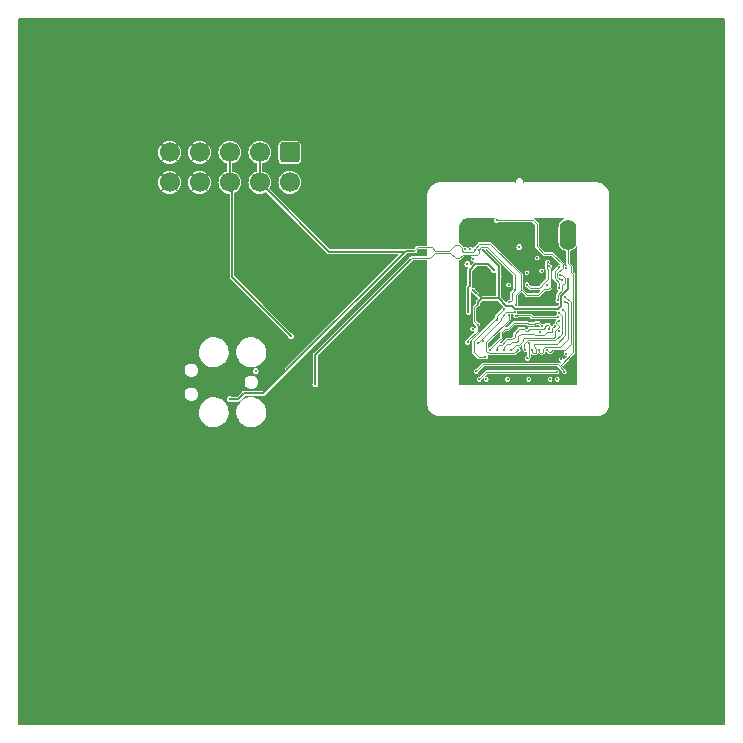
<source format=gbr>
%TF.GenerationSoftware,KiCad,Pcbnew,(7.0.0)*%
%TF.CreationDate,2023-03-09T15:49:26-05:00*%
%TF.ProjectId,headstage-neuropix2e,68656164-7374-4616-9765-2d6e6575726f,A*%
%TF.SameCoordinates,Original*%
%TF.FileFunction,Copper,L3,Inr*%
%TF.FilePolarity,Positive*%
%FSLAX46Y46*%
G04 Gerber Fmt 4.6, Leading zero omitted, Abs format (unit mm)*
G04 Created by KiCad (PCBNEW (7.0.0)) date 2023-03-09 15:49:26*
%MOMM*%
%LPD*%
G01*
G04 APERTURE LIST*
G04 Aperture macros list*
%AMRoundRect*
0 Rectangle with rounded corners*
0 $1 Rounding radius*
0 $2 $3 $4 $5 $6 $7 $8 $9 X,Y pos of 4 corners*
0 Add a 4 corners polygon primitive as box body*
4,1,4,$2,$3,$4,$5,$6,$7,$8,$9,$2,$3,0*
0 Add four circle primitives for the rounded corners*
1,1,$1+$1,$2,$3*
1,1,$1+$1,$4,$5*
1,1,$1+$1,$6,$7*
1,1,$1+$1,$8,$9*
0 Add four rect primitives between the rounded corners*
20,1,$1+$1,$2,$3,$4,$5,0*
20,1,$1+$1,$4,$5,$6,$7,0*
20,1,$1+$1,$6,$7,$8,$9,0*
20,1,$1+$1,$8,$9,$2,$3,0*%
G04 Aperture macros list end*
%TA.AperFunction,ComponentPad*%
%ADD10O,1.400000X2.600000*%
%TD*%
%TA.AperFunction,ComponentPad*%
%ADD11RoundRect,0.250000X-0.600000X0.600000X-0.600000X-0.600000X0.600000X-0.600000X0.600000X0.600000X0*%
%TD*%
%TA.AperFunction,ComponentPad*%
%ADD12C,1.700000*%
%TD*%
%TA.AperFunction,ViaPad*%
%ADD13C,0.200000*%
%TD*%
%TA.AperFunction,ViaPad*%
%ADD14C,0.300000*%
%TD*%
%TA.AperFunction,Conductor*%
%ADD15C,0.200000*%
%TD*%
%TA.AperFunction,Conductor*%
%ADD16C,0.100000*%
%TD*%
G04 APERTURE END LIST*
D10*
%TO.N,/Neuropixels 2.0/NP_{TP0}*%
%TO.C,TP2*%
X146634999Y-83419999D03*
%TD*%
%TO.N,GND*%
%TO.C,TP1*%
X144954999Y-83419999D03*
%TD*%
D11*
%TO.N,+4V*%
%TO.C,J4*%
X123080000Y-76447500D03*
D12*
X123080000Y-78987500D03*
%TO.N,/Neuropixels 2.0/SCL*%
X120540000Y-76447500D03*
X120540000Y-78987500D03*
%TO.N,/Neuropixels 2.0/SDA*%
X118000000Y-76447500D03*
X118000000Y-78987500D03*
%TO.N,GND*%
X115460000Y-76447500D03*
X115460000Y-78987500D03*
X112920000Y-76447500D03*
X112920000Y-78987500D03*
%TD*%
D13*
%TO.N,GND*%
X146915000Y-84930000D03*
X138835000Y-83649300D03*
X137898663Y-88881316D03*
X142125000Y-95650000D03*
X142725000Y-94750000D03*
D14*
X156300000Y-121900000D03*
D13*
X142075000Y-94750000D03*
X139870000Y-87480000D03*
X139750000Y-88050498D03*
X141615000Y-84550000D03*
X145475000Y-87550000D03*
X144000000Y-94725000D03*
X146785000Y-95970000D03*
X139445000Y-90900000D03*
X145625000Y-94100000D03*
D14*
X139900000Y-106500000D03*
D13*
X144005000Y-91150000D03*
X139415000Y-83640000D03*
X142574999Y-82474998D03*
X137915500Y-87943311D03*
X139470000Y-89250000D03*
D14*
X135640000Y-73600000D03*
D13*
X144455000Y-90760000D03*
X143185000Y-84540000D03*
X137925000Y-95200000D03*
X146925000Y-95200000D03*
X141525000Y-93720500D03*
X146680000Y-94660000D03*
X140005000Y-83700000D03*
X145275000Y-94750000D03*
X146025000Y-85130000D03*
X140362500Y-88150500D03*
X143225000Y-85400000D03*
X147035000Y-85460000D03*
X144755000Y-88270000D03*
X138306076Y-91856076D03*
X139025000Y-90250000D03*
X141607409Y-88089070D03*
X144465000Y-89370000D03*
X144525000Y-95650000D03*
X143025000Y-90500000D03*
X143925000Y-95650000D03*
X140075000Y-94775000D03*
X139165000Y-86900000D03*
X140925000Y-95650000D03*
X143025000Y-90000000D03*
X140225000Y-92510000D03*
X141975000Y-82620000D03*
X143845000Y-93830000D03*
X140325000Y-93720500D03*
X137785000Y-89620000D03*
X137810700Y-83680000D03*
X139925000Y-90200000D03*
X144755000Y-88610000D03*
X140325000Y-95650000D03*
X138525000Y-94750000D03*
D14*
X126680000Y-71747500D03*
X156700000Y-69100000D03*
X155800000Y-87500000D03*
D13*
X141225000Y-84830000D03*
X143725000Y-87600000D03*
X144565000Y-93780000D03*
X144815000Y-90110000D03*
X142775000Y-85400000D03*
X141395000Y-84090000D03*
X140462500Y-87724500D03*
X143705000Y-84520000D03*
X147010000Y-94230000D03*
X143565000Y-84070000D03*
X142475000Y-85050000D03*
X143285000Y-88250000D03*
X144185000Y-87630000D03*
X147135000Y-86480000D03*
D14*
X107600000Y-104500000D03*
X103100000Y-122100000D03*
D13*
X142725000Y-93710000D03*
X139455000Y-90190000D03*
X143025000Y-91150500D03*
X140905000Y-94725000D03*
X143880840Y-88220500D03*
X143385000Y-88770000D03*
X145125000Y-85330000D03*
X139107347Y-94319500D03*
X142165000Y-90630000D03*
D14*
X105450000Y-70470000D03*
D13*
X142725000Y-95650000D03*
X137955000Y-94170000D03*
X142355000Y-91170000D03*
D14*
X145200000Y-72300000D03*
D13*
X137975000Y-87440000D03*
D14*
X154200000Y-101500000D03*
D13*
X141625000Y-87249500D03*
D14*
X103900000Y-84800000D03*
X130200000Y-99700000D03*
D13*
X142025000Y-85450000D03*
X137781392Y-91260865D03*
X137915000Y-93180000D03*
X139725000Y-86450000D03*
%TO.N,+1V8*%
X145875500Y-91592347D03*
X139435000Y-84730000D03*
X139025000Y-89250000D03*
X146434268Y-86221264D03*
X138620290Y-88099352D03*
X144275000Y-91650500D03*
X143157963Y-86612963D03*
D14*
X140775000Y-86900000D03*
D13*
X138147595Y-92527730D03*
X146655000Y-87170000D03*
X145820230Y-89664770D03*
X138984500Y-91016076D03*
%TO.N,/Neuropixels 2.0/PCLK*%
X141625000Y-90210000D03*
X142425000Y-93150000D03*
%TO.N,/Neuropixels 2.0/SDA_{A}*%
X139040000Y-92557084D03*
X142122378Y-89995974D03*
%TO.N,+4V*%
X138640419Y-85475200D03*
D14*
X138124999Y-85890001D03*
X120200000Y-94945000D03*
D13*
X138355000Y-84600000D03*
D14*
%TO.N,/Neuropixels 2.0/SCL*%
X118000000Y-97340000D03*
D13*
X140625000Y-90625000D03*
X142235000Y-89324500D03*
X145075000Y-86100000D03*
X138735000Y-84740000D03*
X139642609Y-93772609D03*
X141234061Y-89672090D03*
%TO.N,/Neuropixels 2.0/SYNC*%
X139725000Y-95650000D03*
X145125000Y-95650000D03*
%TO.N,/Neuropixels 2.0/D7*%
X144455065Y-91149935D03*
X140025000Y-93150000D03*
%TO.N,Net-(L1-Pad2)*%
X137921788Y-84655700D03*
%TO.N,/Neuropixels 2.0/D6*%
X145075000Y-91385075D03*
X140625000Y-93150000D03*
%TO.N,/Neuropixels 2.0/D5*%
X141225000Y-93150000D03*
X145539322Y-91153783D03*
%TO.N,/Neuropixels 2.0/D4*%
X141825000Y-93150000D03*
X145855000Y-90720000D03*
%TO.N,/Neuropixels 2.0/D3*%
X143025000Y-93150000D03*
X145871150Y-90001022D03*
%TO.N,/Neuropixels 2.0/D2*%
X146185000Y-89750000D03*
X143625000Y-93150000D03*
%TO.N,/Neuropixels 2.0/D1*%
X146405000Y-89140000D03*
X144225000Y-93150000D03*
%TO.N,/Neuropixels 2.0/D0*%
X146425000Y-88650002D03*
X144825000Y-93150000D03*
D14*
%TO.N,/DC Tap & Regulation/RF+DC*%
X142525000Y-84475000D03*
D13*
%TO.N,/Neuropixels 2.0/NP_{TP0}*%
X138875000Y-94980000D03*
X146325000Y-95000000D03*
%TO.N,/Neuropixels 2.0/SDA_{B}*%
X146068576Y-93973576D03*
%TO.N,/Neuropixels 2.0/SDA*%
X142225000Y-90290000D03*
X143175250Y-87650499D03*
X145774501Y-90410000D03*
X142177262Y-88059188D03*
X141625000Y-89150000D03*
X139085000Y-84730000D03*
D14*
X123200000Y-92000000D03*
D13*
X144915000Y-85700000D03*
D14*
X125255000Y-96035000D03*
D13*
%TO.N,/Perpherials/GPIO*%
X140600000Y-82204300D03*
X146099498Y-87271944D03*
%TO.N,/Neuropixels 2.0/NP_{Select}*%
X145975500Y-86850000D03*
X145774501Y-88979500D03*
D14*
%TO.N,+2V5*%
X140375000Y-86400000D03*
D13*
X138215000Y-89990000D03*
%TO.N,Net-(U3-DOUTP)*%
X144425000Y-86449500D03*
%TO.N,Net-(U7-CAP)*%
X139483691Y-92449503D03*
%TO.N,Net-(U3-GPIO3{slash}CLKIN)*%
X145857158Y-86184021D03*
X145895000Y-87940000D03*
%TO.N,Net-(U3-MODE)*%
X141625000Y-87650000D03*
%TO.N,/Neuropixels 2.0/NP_{RESET}*%
X145725000Y-95650000D03*
X139125000Y-95650000D03*
X145675000Y-95046446D03*
%TO.N,+1.8VA*%
X143205000Y-93880000D03*
X141525000Y-95650000D03*
X138570000Y-91375000D03*
X143325000Y-95650000D03*
X143331424Y-92606424D03*
%TO.N,/Neuropixels 2.0/NP_{TP1}*%
X146495500Y-93475000D03*
%TO.N,/Serializer/Dout-*%
X144025000Y-85380000D03*
%TO.N,Net-(U3-VDDCML)*%
X144845000Y-87650499D03*
%TD*%
D15*
%TO.N,+1V8*%
X140775000Y-88790000D02*
X141435000Y-89450000D01*
X146655000Y-87990000D02*
X146655000Y-87170000D01*
X140775000Y-88790000D02*
X140775000Y-86900000D01*
X145795000Y-89690000D02*
X145820230Y-89664770D01*
D16*
X138984500Y-91016076D02*
X138715000Y-90746576D01*
D15*
X140765000Y-88800000D02*
X140775000Y-88790000D01*
X141901396Y-89450000D02*
X141952845Y-89501449D01*
X141952845Y-89501449D02*
X142141396Y-89690000D01*
X145820230Y-89664770D02*
X146074501Y-89410499D01*
D16*
X138715000Y-89560000D02*
X139025000Y-89250000D01*
D15*
X140775000Y-86070000D02*
X140775000Y-86900000D01*
X146074501Y-89410499D02*
X146074501Y-88570499D01*
D16*
X138715000Y-90746576D02*
X138715000Y-89560000D01*
D15*
X139320938Y-88800000D02*
X139025000Y-89095938D01*
X141952845Y-89501449D02*
X141952845Y-89497845D01*
X139320938Y-88800000D02*
X140765000Y-88800000D01*
X139435000Y-84730000D02*
X140775000Y-86070000D01*
X146074501Y-88570499D02*
X146655000Y-87990000D01*
X142141396Y-89690000D02*
X145795000Y-89690000D01*
D16*
X138984500Y-91530500D02*
X138984500Y-91016076D01*
X138147595Y-92367405D02*
X138984500Y-91530500D01*
D15*
X138620290Y-88099352D02*
X139320938Y-88800000D01*
X139025000Y-89095938D02*
X139025000Y-89250000D01*
X141435000Y-89450000D02*
X141901396Y-89450000D01*
D16*
X138147595Y-92527730D02*
X138147595Y-92367405D01*
%TO.N,/Neuropixels 2.0/PCLK*%
X142110000Y-93465000D02*
X142425000Y-93150000D01*
X141625000Y-90610000D02*
X139733691Y-92501309D01*
X139733691Y-92501309D02*
X139733691Y-93258691D01*
X139940000Y-93465000D02*
X142110000Y-93465000D01*
X141625000Y-90210000D02*
X141625000Y-90610000D01*
X139733691Y-93258691D02*
X139940000Y-93465000D01*
%TO.N,/Neuropixels 2.0/SDA_{A}*%
X139040000Y-92539640D02*
X140704640Y-90875000D01*
X141415000Y-89960000D02*
X142086404Y-89960000D01*
X139040000Y-92557084D02*
X139040000Y-92539640D01*
X140940000Y-90435000D02*
X141415000Y-89960000D01*
X140704640Y-90875000D02*
X140728554Y-90875000D01*
X142086404Y-89960000D02*
X142122378Y-89995974D01*
X140940000Y-90663554D02*
X140940000Y-90435000D01*
X140728554Y-90875000D02*
X140940000Y-90663554D01*
%TO.N,/Neuropixels 2.0/SCL*%
X140065000Y-84180000D02*
X142655000Y-86770000D01*
X144128554Y-88520000D02*
X143158554Y-88520000D01*
X138665000Y-92430000D02*
X140470000Y-90625000D01*
X142655000Y-88070000D02*
X142708554Y-88070000D01*
D15*
X132850000Y-84850000D02*
X126402500Y-84850000D01*
X118600000Y-97340000D02*
X118500000Y-97340000D01*
D16*
X139067609Y-93772609D02*
X138665000Y-93370000D01*
X137080013Y-84275000D02*
X136605013Y-84750000D01*
X139642609Y-93772609D02*
X139067609Y-93772609D01*
X136605013Y-84750000D02*
X135408105Y-84750000D01*
X137671788Y-84759254D02*
X137671788Y-84521788D01*
X145165000Y-87820000D02*
X144983223Y-88001777D01*
X145165000Y-86190000D02*
X145165000Y-87820000D01*
X138665000Y-93370000D02*
X138665000Y-92430000D01*
X138735000Y-84740000D02*
X138569300Y-84905700D01*
D15*
X120860000Y-96840000D02*
X122800000Y-94900000D01*
D16*
X133936557Y-84488443D02*
X133625000Y-84800000D01*
D15*
X118500000Y-97340000D02*
X118000000Y-97340000D01*
X119200000Y-96840000D02*
X120860000Y-96840000D01*
D16*
X140470000Y-90625000D02*
X140625000Y-90625000D01*
X144646777Y-88001777D02*
X144128554Y-88520000D01*
X135408105Y-84750000D02*
X135146548Y-84488443D01*
X139145000Y-84180000D02*
X140065000Y-84180000D01*
D15*
X118500000Y-97340000D02*
X118700000Y-97340000D01*
D16*
X142655000Y-86770000D02*
X142655000Y-88070000D01*
X140625000Y-90625000D02*
X140625000Y-90281151D01*
X140625000Y-90281151D02*
X141234061Y-89672090D01*
X142235000Y-89324500D02*
X142235000Y-88490000D01*
X145075000Y-86100000D02*
X145165000Y-86190000D01*
D15*
X126402500Y-84850000D02*
X120540000Y-78987500D01*
X120540000Y-76447500D02*
X120540000Y-78987500D01*
D16*
X142235000Y-88490000D02*
X142655000Y-88070000D01*
X137425000Y-84275000D02*
X137080013Y-84275000D01*
D15*
X118700000Y-97340000D02*
X119200000Y-96840000D01*
X132850000Y-84850000D02*
X122800000Y-94900000D01*
D16*
X135146548Y-84488443D02*
X133936557Y-84488443D01*
X138735000Y-84740000D02*
X138735000Y-84590000D01*
X138735000Y-84590000D02*
X139145000Y-84180000D01*
D15*
X132900000Y-84800000D02*
X132850000Y-84850000D01*
D16*
X138569300Y-84905700D02*
X137818234Y-84905700D01*
X142708554Y-88070000D02*
X143158554Y-88520000D01*
X144983223Y-88001777D02*
X144646777Y-88001777D01*
X137818234Y-84905700D02*
X137671788Y-84759254D01*
X137671788Y-84521788D02*
X137425000Y-84275000D01*
D15*
X132900000Y-84800000D02*
X133625000Y-84800000D01*
D16*
%TO.N,/Neuropixels 2.0/D7*%
X141535000Y-91395000D02*
X141270000Y-91395000D01*
X143215000Y-90900500D02*
X142029500Y-90900500D01*
X143815500Y-90960000D02*
X143274500Y-90960000D01*
X143274500Y-90960000D02*
X143215000Y-90900500D01*
X143875000Y-90900500D02*
X143815500Y-90960000D01*
X140825000Y-92330000D02*
X141015000Y-92140000D01*
X140825000Y-92330000D02*
X140025000Y-93130000D01*
X144205630Y-90900500D02*
X143875000Y-90900500D01*
X140025000Y-93130000D02*
X140025000Y-93150000D01*
X141270000Y-91395000D02*
X141015000Y-91650000D01*
X141015000Y-92140000D02*
X141015000Y-91860000D01*
X141015000Y-91650000D02*
X141015000Y-91860000D01*
X144455065Y-91149935D02*
X144205630Y-90900500D01*
X142029500Y-90900500D02*
X141535000Y-91395000D01*
%TO.N,/Neuropixels 2.0/D6*%
X143050000Y-91525000D02*
X143225000Y-91525000D01*
X140815000Y-92720000D02*
X140625000Y-92910000D01*
X142925000Y-91400000D02*
X143050000Y-91525000D01*
X144595000Y-91400000D02*
X144735000Y-91260000D01*
X144985000Y-91030000D02*
X145065000Y-91110000D01*
X141500000Y-92275000D02*
X141925000Y-92275000D01*
X144735000Y-91240000D02*
X144735000Y-91130000D01*
X142125000Y-92075000D02*
X142125000Y-91780000D01*
X141925000Y-92275000D02*
X142125000Y-92075000D01*
X141350000Y-92425000D02*
X141055000Y-92720000D01*
X144835000Y-91030000D02*
X144985000Y-91030000D01*
X142125000Y-91780000D02*
X142505000Y-91400000D01*
X143225000Y-91525000D02*
X143350000Y-91400000D01*
X145065000Y-91110000D02*
X145065000Y-91230000D01*
X145065000Y-91375075D02*
X145065000Y-91230000D01*
X143350000Y-91400000D02*
X144595000Y-91400000D01*
X142505000Y-91400000D02*
X142925000Y-91400000D01*
X144735000Y-91130000D02*
X144835000Y-91030000D01*
X145075000Y-91385075D02*
X145065000Y-91375075D01*
X141055000Y-92720000D02*
X140815000Y-92720000D01*
X140625000Y-92910000D02*
X140625000Y-93150000D01*
X141350000Y-92425000D02*
X141500000Y-92275000D01*
%TO.N,/Neuropixels 2.0/D5*%
X142450000Y-92345000D02*
X142295000Y-92500000D01*
X141225000Y-92890000D02*
X141225000Y-93150000D01*
X141445000Y-92670000D02*
X141225000Y-92890000D01*
X145510587Y-91153783D02*
X145325000Y-91339370D01*
X145265000Y-91660000D02*
X144875000Y-91660000D01*
X143865000Y-91900000D02*
X143790000Y-91825000D01*
X143790000Y-91825000D02*
X142625000Y-91825000D01*
X142450000Y-92000000D02*
X142450000Y-92345000D01*
X144635000Y-91900000D02*
X143865000Y-91900000D01*
X145539322Y-91153783D02*
X145510587Y-91153783D01*
X144875000Y-91660000D02*
X144635000Y-91900000D01*
X141875000Y-92500000D02*
X141705000Y-92670000D01*
X145325000Y-91600000D02*
X145265000Y-91660000D01*
X142625000Y-91825000D02*
X142450000Y-92000000D01*
X145325000Y-91339370D02*
X145325000Y-91600000D01*
X141705000Y-92670000D02*
X141445000Y-92670000D01*
X142295000Y-92500000D02*
X141875000Y-92500000D01*
%TO.N,/Neuropixels 2.0/D4*%
X145555000Y-92000000D02*
X145555000Y-91560000D01*
X145860512Y-91110000D02*
X145860512Y-91254488D01*
X142915000Y-92120000D02*
X142815000Y-92220000D01*
X145725000Y-90730000D02*
X145845000Y-90730000D01*
X145435000Y-92120000D02*
X142915000Y-92120000D01*
X145860512Y-91254488D02*
X145555000Y-91560000D01*
X142495000Y-92770000D02*
X142815000Y-92450000D01*
X142205000Y-92770000D02*
X142495000Y-92770000D01*
X145665000Y-90910000D02*
X145665000Y-90790000D01*
X145665000Y-90790000D02*
X145725000Y-90730000D01*
X142815000Y-92450000D02*
X142815000Y-92220000D01*
X145555000Y-92000000D02*
X145435000Y-92120000D01*
X145860512Y-91110000D02*
X145662756Y-90912244D01*
X141825000Y-93150000D02*
X142205000Y-92770000D01*
X145845000Y-90730000D02*
X145855000Y-90720000D01*
X145662756Y-90912244D02*
X145665000Y-90910000D01*
%TO.N,/Neuropixels 2.0/D3*%
X143245000Y-92340000D02*
X143835000Y-92340000D01*
X143025000Y-93150000D02*
X142935000Y-93060000D01*
X143835000Y-92340000D02*
X145575000Y-92340000D01*
X145575000Y-92340000D02*
X146125000Y-91790000D01*
X142935000Y-93060000D02*
X142935000Y-92650000D01*
X146125000Y-90254872D02*
X145871150Y-90001022D01*
X146125000Y-91790000D02*
X146125000Y-90254872D01*
X142935000Y-92650000D02*
X143245000Y-92340000D01*
%TO.N,/Neuropixels 2.0/D2*%
X143805000Y-92630000D02*
X143745000Y-92690000D01*
X145675000Y-92630000D02*
X143805000Y-92630000D01*
X143715000Y-93430000D02*
X143625000Y-93340000D01*
X145675000Y-92630000D02*
X146385000Y-91920000D01*
X143745000Y-92870000D02*
X143975000Y-93100000D01*
X146385000Y-91920000D02*
X146385000Y-89990000D01*
X143625000Y-93340000D02*
X143625000Y-93150000D01*
X143975000Y-93360000D02*
X143905000Y-93430000D01*
X143745000Y-92690000D02*
X143745000Y-92870000D01*
X143905000Y-93430000D02*
X143715000Y-93430000D01*
X143975000Y-93100000D02*
X143975000Y-93360000D01*
X146185000Y-89750000D02*
X146385000Y-89950000D01*
X146385000Y-89950000D02*
X146385000Y-89990000D01*
%TO.N,/Neuropixels 2.0/D1*%
X146675000Y-89720000D02*
X146625000Y-89770000D01*
X144442500Y-93415000D02*
X144310000Y-93415000D01*
X144545000Y-93312500D02*
X144442500Y-93415000D01*
X146005000Y-92880000D02*
X146625000Y-92260000D01*
X146625000Y-89770000D02*
X146625000Y-92260000D01*
X146005000Y-92880000D02*
X144715000Y-92880000D01*
X146555000Y-89140000D02*
X146675000Y-89260000D01*
X146675000Y-89260000D02*
X146675000Y-89720000D01*
X144225000Y-93330000D02*
X144225000Y-93150000D01*
X144545000Y-93050000D02*
X144545000Y-93312500D01*
X144310000Y-93415000D02*
X144225000Y-93330000D01*
X146405000Y-89140000D02*
X146555000Y-89140000D01*
X144715000Y-92880000D02*
X144545000Y-93050000D01*
%TO.N,/Neuropixels 2.0/D0*%
X146395000Y-93150000D02*
X146875000Y-92670000D01*
X145245000Y-93290000D02*
X145385000Y-93150000D01*
X144965000Y-93290000D02*
X145005000Y-93330000D01*
X146875000Y-89100002D02*
X146425000Y-88650002D01*
X144825000Y-93150000D02*
X144965000Y-93290000D01*
X145005000Y-93330000D02*
X145205000Y-93330000D01*
X145205000Y-93330000D02*
X145245000Y-93290000D01*
X145385000Y-93150000D02*
X146395000Y-93150000D01*
X146875000Y-92670000D02*
X146875000Y-89100002D01*
%TO.N,/Neuropixels 2.0/NP_{TP0}*%
X147065000Y-88650000D02*
X147105000Y-88690000D01*
X147105000Y-88690000D02*
X147105000Y-93374500D01*
X146325000Y-95000000D02*
X146325000Y-94925500D01*
X146885000Y-86583554D02*
X147065000Y-86763554D01*
X147065000Y-86763554D02*
X147065000Y-88650000D01*
X145799500Y-94400000D02*
X145939500Y-94540000D01*
X146885000Y-86080000D02*
X146885000Y-86583554D01*
X147105000Y-93374500D02*
X145939500Y-94540000D01*
X146635000Y-83420000D02*
X146635000Y-85830000D01*
X146635000Y-85830000D02*
X146885000Y-86080000D01*
X138875000Y-94980000D02*
X139455000Y-94400000D01*
X146325000Y-94925500D02*
X145939500Y-94540000D01*
X139455000Y-94400000D02*
X145799500Y-94400000D01*
%TO.N,/Neuropixels 2.0/SDA*%
X139815000Y-84470000D02*
X142177262Y-86832262D01*
D15*
X123200000Y-92000000D02*
X118200000Y-87000000D01*
X118000000Y-76447500D02*
X118000000Y-78987500D01*
D16*
X138929300Y-85105700D02*
X137735392Y-85105700D01*
X136685013Y-84950000D02*
X135400000Y-84950000D01*
X142325000Y-90250000D02*
X143435000Y-90250000D01*
X144825000Y-86250000D02*
X144945000Y-86370000D01*
X142177262Y-88059188D02*
X141900725Y-88335725D01*
X144915000Y-85700000D02*
X144825000Y-85790000D01*
X142285000Y-90290000D02*
X142325000Y-90250000D01*
X142225000Y-90290000D02*
X142285000Y-90290000D01*
X139315000Y-84470000D02*
X139815000Y-84470000D01*
X144945000Y-86370000D02*
X144945000Y-87150000D01*
D15*
X118200000Y-87000000D02*
X118200000Y-79187500D01*
D16*
X134950000Y-85400000D02*
X133425000Y-85400000D01*
X139085000Y-84730000D02*
X139085000Y-84950000D01*
X141665000Y-89150000D02*
X141625000Y-89150000D01*
X139085000Y-84730000D02*
X139085000Y-84700000D01*
X139085000Y-84950000D02*
X138929300Y-85105700D01*
X145774501Y-90410000D02*
X143595000Y-90410000D01*
X139085000Y-84700000D02*
X139315000Y-84470000D01*
X133425000Y-85400000D02*
X133325000Y-85500000D01*
X144825000Y-85790000D02*
X144825000Y-86250000D01*
X143464751Y-87940000D02*
X143175250Y-87650499D01*
D15*
X125255000Y-96035000D02*
X125255000Y-93570000D01*
D16*
X143595000Y-90410000D02*
X143435000Y-90250000D01*
X144435000Y-87733554D02*
X144228554Y-87940000D01*
X137135013Y-85400000D02*
X136685013Y-84950000D01*
X135400000Y-84950000D02*
X134950000Y-85400000D01*
X137735392Y-85105700D02*
X137441092Y-85400000D01*
X141900725Y-88914275D02*
X141665000Y-89150000D01*
D15*
X125255000Y-93570000D02*
X133325000Y-85500000D01*
D16*
X142177262Y-86832262D02*
X142177262Y-88059188D01*
X144435000Y-87733554D02*
X144435000Y-87660000D01*
X144435000Y-87660000D02*
X144945000Y-87150000D01*
X137441092Y-85400000D02*
X137135013Y-85400000D01*
X141900725Y-88335725D02*
X141900725Y-88914275D01*
D15*
X118200000Y-79187500D02*
X118000000Y-78987500D01*
D16*
X144228554Y-87940000D02*
X143464751Y-87940000D01*
%TO.N,/Perpherials/GPIO*%
X144645000Y-85050000D02*
X145305000Y-85050000D01*
X143675000Y-82180000D02*
X144005000Y-82510000D01*
X146043890Y-87271944D02*
X146099498Y-87271944D01*
X145725500Y-86953554D02*
X146043890Y-87271944D01*
X140600000Y-82204300D02*
X140624300Y-82180000D01*
X146185000Y-86210500D02*
X145725500Y-86670000D01*
X145305000Y-85050000D02*
X146185000Y-85930000D01*
X146185000Y-85930000D02*
X146185000Y-86210500D01*
X144005000Y-82510000D02*
X144005000Y-84410000D01*
X140624300Y-82180000D02*
X143675000Y-82180000D01*
X144005000Y-84410000D02*
X144645000Y-85050000D01*
X145725500Y-86670000D02*
X145725500Y-86953554D01*
%TO.N,/Neuropixels 2.0/NP_{Select}*%
X146155000Y-88100000D02*
X146155000Y-87690000D01*
X145774501Y-88979500D02*
X145774501Y-88480499D01*
X146355000Y-87490000D02*
X146355000Y-87080000D01*
X146155000Y-87690000D02*
X146355000Y-87490000D01*
X145774501Y-88480499D02*
X146155000Y-88100000D01*
X146355000Y-87080000D02*
X146125000Y-86850000D01*
X146125000Y-86850000D02*
X145975500Y-86850000D01*
D15*
%TO.N,+2V5*%
X139865000Y-85890000D02*
X138805000Y-85890000D01*
X138315000Y-87750000D02*
X138215000Y-87850000D01*
X138315000Y-86380000D02*
X138315000Y-87750000D01*
X140375000Y-86400000D02*
X139865000Y-85890000D01*
X138215000Y-87850000D02*
X138215000Y-89990000D01*
X138805000Y-85890000D02*
X138315000Y-86380000D01*
D16*
%TO.N,Net-(U3-GPIO3{slash}CLKIN)*%
X145525500Y-86515679D02*
X145525500Y-87110500D01*
X145895000Y-87480000D02*
X145895000Y-87940000D01*
X145857158Y-86184021D02*
X145525500Y-86515679D01*
X145525500Y-87110500D02*
X145895000Y-87480000D01*
%TO.N,/Neuropixels 2.0/NP_{RESET}*%
X145671446Y-95050000D02*
X139725000Y-95050000D01*
X145675000Y-95046446D02*
X145671446Y-95050000D01*
X139725000Y-95050000D02*
X139125000Y-95650000D01*
%TO.N,+1.8VA*%
X143331424Y-92606424D02*
X143331424Y-93763576D01*
X143215000Y-93880000D02*
X143205000Y-93880000D01*
X143331424Y-93763576D02*
X143215000Y-93880000D01*
%TD*%
%TA.AperFunction,Conductor*%
%TO.N,GND*%
G36*
X147414652Y-84408744D02*
G01*
X147424500Y-84438209D01*
X147424500Y-89887091D01*
X147424497Y-89887108D01*
X147424493Y-89887108D01*
X147424493Y-89983389D01*
X147424830Y-89985301D01*
X147425000Y-89989180D01*
X147425000Y-90953689D01*
X147424255Y-90962198D01*
X147419864Y-90987107D01*
X147420608Y-90991326D01*
X147420608Y-90991327D01*
X147424256Y-91012016D01*
X147425000Y-91020525D01*
X147425000Y-91573689D01*
X147424255Y-91582198D01*
X147419864Y-91607107D01*
X147420608Y-91611326D01*
X147420608Y-91611327D01*
X147424256Y-91632016D01*
X147425000Y-91640525D01*
X147425000Y-92605103D01*
X147424832Y-92608936D01*
X147424499Y-92610826D01*
X147424499Y-92691190D01*
X147424500Y-92691190D01*
X147424500Y-92691192D01*
X147424500Y-96050500D01*
X147410148Y-96085148D01*
X147375500Y-96099500D01*
X144176929Y-96099500D01*
X144150000Y-96099500D01*
X144053719Y-96099500D01*
X144051616Y-96099870D01*
X144051613Y-96099871D01*
X143998389Y-96109256D01*
X143989880Y-96110000D01*
X143140475Y-96110000D01*
X143123716Y-96107045D01*
X143102986Y-96099500D01*
X142997014Y-96099500D01*
X142992983Y-96100966D01*
X142992983Y-96100967D01*
X142976284Y-96107045D01*
X142959525Y-96110000D01*
X142520475Y-96110000D01*
X142503716Y-96107045D01*
X142482986Y-96099500D01*
X142377014Y-96099500D01*
X142372983Y-96100966D01*
X142372983Y-96100967D01*
X142356284Y-96107045D01*
X142339525Y-96110000D01*
X141490120Y-96110000D01*
X141481611Y-96109256D01*
X141428386Y-96099871D01*
X141428384Y-96099870D01*
X141426281Y-96099500D01*
X141424140Y-96099500D01*
X137474500Y-96099500D01*
X137439852Y-96085148D01*
X137425500Y-96050500D01*
X137425500Y-95650000D01*
X138919344Y-95650000D01*
X138939710Y-95739231D01*
X138996776Y-95810788D01*
X139079237Y-95850500D01*
X139165243Y-95850500D01*
X139170763Y-95850500D01*
X139253224Y-95810788D01*
X139310290Y-95739231D01*
X139325390Y-95673066D01*
X139338512Y-95649325D01*
X139452756Y-95535081D01*
X139480554Y-95521211D01*
X139511106Y-95526844D01*
X139532130Y-95549716D01*
X139535176Y-95580633D01*
X139519344Y-95650000D01*
X139539710Y-95739231D01*
X139596776Y-95810788D01*
X139679237Y-95850500D01*
X139765243Y-95850500D01*
X139770763Y-95850500D01*
X139853224Y-95810788D01*
X139910290Y-95739231D01*
X139930656Y-95650000D01*
X141319344Y-95650000D01*
X141339710Y-95739231D01*
X141396776Y-95810788D01*
X141479237Y-95850500D01*
X141565243Y-95850500D01*
X141570763Y-95850500D01*
X141653224Y-95810788D01*
X141710290Y-95739231D01*
X141730656Y-95650000D01*
X143119344Y-95650000D01*
X143139710Y-95739231D01*
X143196776Y-95810788D01*
X143279237Y-95850500D01*
X143365243Y-95850500D01*
X143370763Y-95850500D01*
X143453224Y-95810788D01*
X143510290Y-95739231D01*
X143530656Y-95650000D01*
X144919344Y-95650000D01*
X144939710Y-95739231D01*
X144996776Y-95810788D01*
X145079237Y-95850500D01*
X145165243Y-95850500D01*
X145170763Y-95850500D01*
X145253224Y-95810788D01*
X145310290Y-95739231D01*
X145330656Y-95650000D01*
X145519344Y-95650000D01*
X145539710Y-95739231D01*
X145596776Y-95810788D01*
X145679237Y-95850500D01*
X145765243Y-95850500D01*
X145770763Y-95850500D01*
X145853224Y-95810788D01*
X145910290Y-95739231D01*
X145930656Y-95650000D01*
X145910290Y-95560769D01*
X145870147Y-95510433D01*
X145856667Y-95493529D01*
X145856666Y-95493528D01*
X145853224Y-95489212D01*
X145770763Y-95449500D01*
X145679237Y-95449500D01*
X145674264Y-95451894D01*
X145674263Y-95451895D01*
X145601750Y-95486816D01*
X145601748Y-95486817D01*
X145596776Y-95489212D01*
X145593335Y-95493526D01*
X145593332Y-95493529D01*
X145543154Y-95556450D01*
X145539710Y-95560769D01*
X145519344Y-95650000D01*
X145330656Y-95650000D01*
X145310290Y-95560769D01*
X145270147Y-95510433D01*
X145256667Y-95493529D01*
X145256666Y-95493528D01*
X145253224Y-95489212D01*
X145170763Y-95449500D01*
X145079237Y-95449500D01*
X145074264Y-95451894D01*
X145074263Y-95451895D01*
X145001750Y-95486816D01*
X145001748Y-95486817D01*
X144996776Y-95489212D01*
X144993335Y-95493526D01*
X144993332Y-95493529D01*
X144943154Y-95556450D01*
X144939710Y-95560769D01*
X144919344Y-95650000D01*
X143530656Y-95650000D01*
X143510290Y-95560769D01*
X143470147Y-95510433D01*
X143456667Y-95493529D01*
X143456666Y-95493528D01*
X143453224Y-95489212D01*
X143370763Y-95449500D01*
X143279237Y-95449500D01*
X143274264Y-95451894D01*
X143274263Y-95451895D01*
X143201750Y-95486816D01*
X143201748Y-95486817D01*
X143196776Y-95489212D01*
X143193335Y-95493526D01*
X143193332Y-95493529D01*
X143143154Y-95556450D01*
X143139710Y-95560769D01*
X143119344Y-95650000D01*
X141730656Y-95650000D01*
X141710290Y-95560769D01*
X141670147Y-95510433D01*
X141656667Y-95493529D01*
X141656666Y-95493528D01*
X141653224Y-95489212D01*
X141570763Y-95449500D01*
X141479237Y-95449500D01*
X141474264Y-95451894D01*
X141474263Y-95451895D01*
X141401750Y-95486816D01*
X141401748Y-95486817D01*
X141396776Y-95489212D01*
X141393335Y-95493526D01*
X141393332Y-95493529D01*
X141343154Y-95556450D01*
X141339710Y-95560769D01*
X141319344Y-95650000D01*
X139930656Y-95650000D01*
X139910290Y-95560769D01*
X139870147Y-95510433D01*
X139856667Y-95493529D01*
X139856666Y-95493528D01*
X139853224Y-95489212D01*
X139770763Y-95449500D01*
X139679237Y-95449500D01*
X139674265Y-95451894D01*
X139674262Y-95451895D01*
X139667286Y-95455255D01*
X139633787Y-95458554D01*
X139606064Y-95439461D01*
X139597200Y-95406988D01*
X139611378Y-95376460D01*
X139772986Y-95214852D01*
X139807635Y-95200500D01*
X145523156Y-95200500D01*
X145546145Y-95208543D01*
X145546776Y-95207234D01*
X145629237Y-95246946D01*
X145715243Y-95246946D01*
X145720763Y-95246946D01*
X145803224Y-95207234D01*
X145860290Y-95135677D01*
X145880656Y-95046446D01*
X145860290Y-94957215D01*
X145803224Y-94885658D01*
X145720763Y-94845946D01*
X145629237Y-94845946D01*
X145624264Y-94848340D01*
X145624263Y-94848341D01*
X145551750Y-94883262D01*
X145551748Y-94883263D01*
X145546776Y-94885658D01*
X145544056Y-94889068D01*
X145514243Y-94899500D01*
X139765327Y-94899500D01*
X139684673Y-94899500D01*
X139679088Y-94902723D01*
X139679085Y-94902725D01*
X139672492Y-94906532D01*
X139660679Y-94911425D01*
X139647096Y-94915065D01*
X139642538Y-94919622D01*
X139642536Y-94919624D01*
X139617160Y-94945000D01*
X139590065Y-94972095D01*
X139590064Y-94972096D01*
X139352532Y-95209629D01*
X139127013Y-95435148D01*
X139111117Y-95445770D01*
X139092365Y-95449500D01*
X139079237Y-95449500D01*
X139074264Y-95451894D01*
X139074263Y-95451895D01*
X139001750Y-95486816D01*
X139001748Y-95486817D01*
X138996776Y-95489212D01*
X138993335Y-95493526D01*
X138993332Y-95493529D01*
X138943154Y-95556450D01*
X138939710Y-95560769D01*
X138919344Y-95650000D01*
X137425500Y-95650000D01*
X137425500Y-86125860D01*
X137425500Y-86123719D01*
X137415744Y-86068389D01*
X137415000Y-86059880D01*
X137415000Y-85599500D01*
X137429352Y-85564852D01*
X137464000Y-85550500D01*
X137474968Y-85550500D01*
X137481419Y-85550500D01*
X137493597Y-85543467D01*
X137505413Y-85538573D01*
X137518996Y-85534935D01*
X137576027Y-85477905D01*
X137576027Y-85477903D01*
X137783378Y-85270552D01*
X137818027Y-85256200D01*
X138456868Y-85256200D01*
X138490197Y-85269281D01*
X138505731Y-85301538D01*
X138495178Y-85335749D01*
X138455129Y-85385969D01*
X138434763Y-85475200D01*
X138455129Y-85564431D01*
X138458573Y-85568749D01*
X138504071Y-85625802D01*
X138512195Y-85635988D01*
X138594656Y-85675700D01*
X138600176Y-85675700D01*
X138612677Y-85675700D01*
X138646006Y-85688781D01*
X138661540Y-85721040D01*
X138650985Y-85755253D01*
X138648527Y-85758334D01*
X138644212Y-85761776D01*
X138641817Y-85766747D01*
X138638374Y-85771065D01*
X138638334Y-85771033D01*
X138633250Y-85778198D01*
X138459605Y-85951844D01*
X138432147Y-85965666D01*
X138401858Y-85960410D01*
X138380661Y-85938146D01*
X138376899Y-85907636D01*
X138378518Y-85899500D01*
X138380407Y-85890001D01*
X138360965Y-85792261D01*
X138305600Y-85709400D01*
X138292495Y-85700644D01*
X138226750Y-85656715D01*
X138226749Y-85656714D01*
X138222739Y-85654035D01*
X138218008Y-85653094D01*
X138218006Y-85653093D01*
X138129735Y-85635535D01*
X138124999Y-85634593D01*
X138120263Y-85635535D01*
X138031991Y-85653093D01*
X138031987Y-85653094D01*
X138027259Y-85654035D01*
X138023249Y-85656713D01*
X138023247Y-85656715D01*
X137948409Y-85706719D01*
X137948406Y-85706721D01*
X137944398Y-85709400D01*
X137941719Y-85713408D01*
X137941717Y-85713411D01*
X137891713Y-85788249D01*
X137891711Y-85788251D01*
X137889033Y-85792261D01*
X137888092Y-85796989D01*
X137888091Y-85796993D01*
X137873504Y-85870327D01*
X137869591Y-85890001D01*
X137870533Y-85894737D01*
X137888091Y-85983008D01*
X137888092Y-85983010D01*
X137889033Y-85987741D01*
X137891712Y-85991751D01*
X137891713Y-85991752D01*
X137938301Y-86061478D01*
X137944398Y-86070602D01*
X138027259Y-86125967D01*
X138124999Y-86145409D01*
X138136972Y-86143027D01*
X138166231Y-86146219D01*
X138188383Y-86165600D01*
X138195434Y-86194176D01*
X138184841Y-86221637D01*
X138166974Y-86244040D01*
X138163319Y-86248131D01*
X138159197Y-86252253D01*
X138159194Y-86252256D01*
X138157252Y-86254199D01*
X138155787Y-86256529D01*
X138155786Y-86256531D01*
X138152685Y-86261465D01*
X138149512Y-86265936D01*
X138133261Y-86286316D01*
X138129710Y-86290769D01*
X138128481Y-86296151D01*
X138126086Y-86301125D01*
X138126041Y-86301103D01*
X138125597Y-86302174D01*
X138125644Y-86302191D01*
X138123820Y-86307402D01*
X138120884Y-86312076D01*
X138120266Y-86317556D01*
X138120265Y-86317561D01*
X138117328Y-86343631D01*
X138116409Y-86349038D01*
X138115112Y-86354721D01*
X138115110Y-86354734D01*
X138114500Y-86357410D01*
X138114500Y-86360161D01*
X138114500Y-86365993D01*
X138114192Y-86371478D01*
X138111594Y-86394544D01*
X138110638Y-86403026D01*
X138112461Y-86408238D01*
X138113080Y-86413723D01*
X138113028Y-86413728D01*
X138114500Y-86422388D01*
X138114500Y-87645076D01*
X138109648Y-87666336D01*
X138096052Y-87683385D01*
X138091747Y-87686817D01*
X138086776Y-87689212D01*
X138083335Y-87693526D01*
X138083333Y-87693528D01*
X138066973Y-87714041D01*
X138063319Y-87718131D01*
X138059197Y-87722253D01*
X138059194Y-87722256D01*
X138057252Y-87724199D01*
X138055787Y-87726529D01*
X138055786Y-87726531D01*
X138052685Y-87731465D01*
X138049512Y-87735936D01*
X138036432Y-87752339D01*
X138029710Y-87760769D01*
X138028481Y-87766151D01*
X138026086Y-87771125D01*
X138026041Y-87771103D01*
X138025597Y-87772174D01*
X138025644Y-87772191D01*
X138023820Y-87777402D01*
X138020884Y-87782076D01*
X138020266Y-87787556D01*
X138020265Y-87787561D01*
X138017328Y-87813631D01*
X138016409Y-87819038D01*
X138015112Y-87824721D01*
X138015110Y-87824734D01*
X138014500Y-87827410D01*
X138014500Y-87830161D01*
X138014500Y-87835993D01*
X138014192Y-87841478D01*
X138011335Y-87866842D01*
X138010638Y-87873026D01*
X138012461Y-87878238D01*
X138013080Y-87883723D01*
X138013028Y-87883728D01*
X138014500Y-87892388D01*
X138014500Y-89961892D01*
X138013271Y-89972796D01*
X138010572Y-89984617D01*
X138010572Y-89984620D01*
X138009344Y-89990000D01*
X138010572Y-89995380D01*
X138010572Y-89995381D01*
X138014443Y-90012339D01*
X138023588Y-90052409D01*
X138029710Y-90079231D01*
X138041941Y-90094568D01*
X138083129Y-90146216D01*
X138086776Y-90150788D01*
X138169237Y-90190500D01*
X138255243Y-90190500D01*
X138260763Y-90190500D01*
X138343224Y-90150788D01*
X138400290Y-90079231D01*
X138406412Y-90052409D01*
X138420656Y-89990000D01*
X138416728Y-89972793D01*
X138415500Y-89961892D01*
X138415500Y-88299258D01*
X138428581Y-88265929D01*
X138460839Y-88250395D01*
X138491947Y-88259991D01*
X138492066Y-88260140D01*
X138497042Y-88262536D01*
X138501359Y-88265979D01*
X138501326Y-88266019D01*
X138508489Y-88271100D01*
X139002740Y-88765352D01*
X139017092Y-88799999D01*
X139002740Y-88834647D01*
X138913199Y-88924188D01*
X138906033Y-88929274D01*
X138906064Y-88929313D01*
X138901745Y-88932756D01*
X138896776Y-88935150D01*
X138893338Y-88939460D01*
X138893334Y-88939464D01*
X138876973Y-88959979D01*
X138873319Y-88964069D01*
X138869197Y-88968191D01*
X138869194Y-88968194D01*
X138867252Y-88970137D01*
X138865787Y-88972467D01*
X138865786Y-88972469D01*
X138862685Y-88977403D01*
X138859512Y-88981874D01*
X138843153Y-89002389D01*
X138839710Y-89006707D01*
X138838481Y-89012089D01*
X138836086Y-89017063D01*
X138836041Y-89017041D01*
X138835597Y-89018112D01*
X138835644Y-89018129D01*
X138833820Y-89023340D01*
X138830884Y-89028014D01*
X138830266Y-89033494D01*
X138830265Y-89033499D01*
X138827328Y-89059569D01*
X138826409Y-89064976D01*
X138825112Y-89070659D01*
X138825110Y-89070672D01*
X138824500Y-89073348D01*
X138824500Y-89076099D01*
X138824500Y-89081931D01*
X138824191Y-89087416D01*
X138820638Y-89118964D01*
X138822461Y-89124176D01*
X138823080Y-89129661D01*
X138823028Y-89129666D01*
X138824500Y-89138326D01*
X138824500Y-89217364D01*
X138810148Y-89252012D01*
X138637096Y-89425065D01*
X138584626Y-89477534D01*
X138584624Y-89477536D01*
X138580065Y-89482096D01*
X138578396Y-89488323D01*
X138578395Y-89488326D01*
X138576425Y-89495680D01*
X138571532Y-89507492D01*
X138567725Y-89514085D01*
X138567723Y-89514088D01*
X138564500Y-89519673D01*
X138564499Y-89526119D01*
X138564499Y-89526123D01*
X138564499Y-89572205D01*
X138564499Y-89600326D01*
X138564500Y-89600328D01*
X138564500Y-90706249D01*
X138564500Y-90786903D01*
X138567724Y-90792487D01*
X138567725Y-90792490D01*
X138571531Y-90799082D01*
X138576426Y-90810899D01*
X138578395Y-90818250D01*
X138578396Y-90818252D01*
X138580065Y-90824480D01*
X138584624Y-90829039D01*
X138637094Y-90881510D01*
X138637100Y-90881515D01*
X138770986Y-91015401D01*
X138784109Y-91039145D01*
X138797672Y-91098571D01*
X138799210Y-91105307D01*
X138809120Y-91117734D01*
X138823309Y-91135525D01*
X138834000Y-91166077D01*
X138834000Y-91244435D01*
X138824963Y-91272790D01*
X138801184Y-91290685D01*
X138771436Y-91291520D01*
X138746691Y-91274987D01*
X138742416Y-91269626D01*
X138698224Y-91214212D01*
X138615763Y-91174500D01*
X138524237Y-91174500D01*
X138519264Y-91176894D01*
X138519263Y-91176895D01*
X138446750Y-91211816D01*
X138446748Y-91211817D01*
X138441776Y-91214212D01*
X138438335Y-91218526D01*
X138438332Y-91218529D01*
X138388154Y-91281450D01*
X138384710Y-91285769D01*
X138364344Y-91375000D01*
X138384710Y-91464231D01*
X138395615Y-91477905D01*
X138433471Y-91525375D01*
X138441776Y-91535788D01*
X138524237Y-91575500D01*
X138529757Y-91575500D01*
X138608365Y-91575500D01*
X138643013Y-91589852D01*
X138657365Y-91624500D01*
X138643013Y-91659148D01*
X138017221Y-92284939D01*
X138017219Y-92284941D01*
X138012660Y-92289501D01*
X138010991Y-92295728D01*
X138010990Y-92295731D01*
X138009020Y-92303085D01*
X138004127Y-92314897D01*
X138000320Y-92321490D01*
X138000318Y-92321493D01*
X137997095Y-92327078D01*
X137997094Y-92333524D01*
X137997094Y-92333528D01*
X137997094Y-92377729D01*
X137986404Y-92408278D01*
X137965746Y-92434182D01*
X137965743Y-92434187D01*
X137962305Y-92438499D01*
X137961078Y-92443874D01*
X137961077Y-92443877D01*
X137949394Y-92495065D01*
X137941939Y-92527730D01*
X137943167Y-92533110D01*
X137960782Y-92610291D01*
X137962305Y-92616961D01*
X137988656Y-92650003D01*
X138005353Y-92670941D01*
X138019371Y-92688518D01*
X138101832Y-92728230D01*
X138187838Y-92728230D01*
X138193358Y-92728230D01*
X138275819Y-92688518D01*
X138332885Y-92616961D01*
X138353251Y-92527730D01*
X138332885Y-92438499D01*
X138332408Y-92437901D01*
X138328734Y-92411885D01*
X138342392Y-92385445D01*
X139104930Y-91622909D01*
X139119435Y-91608404D01*
X139123073Y-91594821D01*
X139127967Y-91583005D01*
X139135000Y-91570827D01*
X139135000Y-91490174D01*
X139135000Y-91166077D01*
X139145691Y-91135525D01*
X139169790Y-91105307D01*
X139190156Y-91016076D01*
X139169790Y-90926845D01*
X139129419Y-90876223D01*
X139116167Y-90859605D01*
X139116166Y-90859604D01*
X139112724Y-90855288D01*
X139030263Y-90815576D01*
X139024743Y-90815576D01*
X139017135Y-90815576D01*
X138982487Y-90801224D01*
X138879852Y-90698589D01*
X138865500Y-90663941D01*
X138865500Y-89642635D01*
X138879852Y-89607987D01*
X139022987Y-89464852D01*
X139057635Y-89450500D01*
X139065243Y-89450500D01*
X139070763Y-89450500D01*
X139153224Y-89410788D01*
X139210290Y-89339231D01*
X139230656Y-89250000D01*
X139226728Y-89232793D01*
X139225500Y-89221892D01*
X139225500Y-89199283D01*
X139229230Y-89180531D01*
X139239852Y-89164635D01*
X139389636Y-89014852D01*
X139424284Y-89000500D01*
X140681655Y-89000500D01*
X140716303Y-89014852D01*
X141129168Y-89427717D01*
X141142972Y-89455060D01*
X141137843Y-89485258D01*
X141115785Y-89506510D01*
X141110813Y-89508904D01*
X141110807Y-89508908D01*
X141105837Y-89511302D01*
X141102396Y-89515616D01*
X141102393Y-89515619D01*
X141052214Y-89578541D01*
X141052213Y-89578542D01*
X141048771Y-89582859D01*
X141047542Y-89588240D01*
X141047542Y-89588242D01*
X141033670Y-89649019D01*
X141020547Y-89672763D01*
X140547096Y-90146216D01*
X140494626Y-90198685D01*
X140494624Y-90198687D01*
X140490065Y-90203247D01*
X140488396Y-90209474D01*
X140488395Y-90209477D01*
X140486425Y-90216831D01*
X140481532Y-90228643D01*
X140477725Y-90235236D01*
X140477723Y-90235239D01*
X140474500Y-90240824D01*
X140474499Y-90247270D01*
X140474499Y-90247274D01*
X140474499Y-90284620D01*
X140474499Y-90321477D01*
X140474500Y-90321478D01*
X140474500Y-90321479D01*
X140474500Y-90426618D01*
X140464375Y-90456447D01*
X140438183Y-90473948D01*
X140436123Y-90474500D01*
X140429673Y-90474500D01*
X140424088Y-90477723D01*
X140424085Y-90477725D01*
X140417492Y-90481532D01*
X140405679Y-90486425D01*
X140392096Y-90490065D01*
X140387538Y-90494622D01*
X140387536Y-90494624D01*
X138587096Y-92295064D01*
X138587096Y-92295065D01*
X138534626Y-92347534D01*
X138534624Y-92347536D01*
X138530065Y-92352096D01*
X138528396Y-92358323D01*
X138528395Y-92358326D01*
X138526425Y-92365680D01*
X138521532Y-92377492D01*
X138517725Y-92384085D01*
X138517723Y-92384088D01*
X138514500Y-92389673D01*
X138514499Y-92396119D01*
X138514499Y-92396123D01*
X138514499Y-92434182D01*
X138514499Y-92470326D01*
X138514500Y-92470328D01*
X138514500Y-93329673D01*
X138514500Y-93410327D01*
X138517724Y-93415911D01*
X138517725Y-93415914D01*
X138521531Y-93422506D01*
X138526426Y-93434323D01*
X138528395Y-93441674D01*
X138528396Y-93441676D01*
X138530065Y-93447904D01*
X138561219Y-93479059D01*
X138587094Y-93504934D01*
X138587100Y-93504939D01*
X138932674Y-93850512D01*
X138932674Y-93850513D01*
X138989705Y-93907544D01*
X139003286Y-93911182D01*
X139015106Y-93916078D01*
X139027282Y-93923109D01*
X139107935Y-93923110D01*
X139107937Y-93923109D01*
X139486309Y-93923109D01*
X139513872Y-93932754D01*
X139514385Y-93933397D01*
X139596846Y-93973109D01*
X139682852Y-93973109D01*
X139688372Y-93973109D01*
X139770833Y-93933397D01*
X139827899Y-93861840D01*
X139848265Y-93772609D01*
X139827899Y-93683378D01*
X139824454Y-93679058D01*
X139822061Y-93674089D01*
X139824309Y-93673006D01*
X139817117Y-93651733D01*
X139828989Y-93620712D01*
X139857918Y-93604389D01*
X139890610Y-93610267D01*
X139899673Y-93615500D01*
X139980326Y-93615501D01*
X139980328Y-93615500D01*
X142069673Y-93615500D01*
X142129814Y-93615500D01*
X142150327Y-93615500D01*
X142162505Y-93608467D01*
X142174321Y-93603573D01*
X142187904Y-93599935D01*
X142244935Y-93542905D01*
X142244935Y-93542903D01*
X142422986Y-93364852D01*
X142457635Y-93350500D01*
X142465243Y-93350500D01*
X142470763Y-93350500D01*
X142553224Y-93310788D01*
X142610290Y-93239231D01*
X142630656Y-93150000D01*
X142610290Y-93060769D01*
X142553224Y-92989212D01*
X142552134Y-92988687D01*
X142535676Y-92960585D01*
X142542876Y-92926091D01*
X142562305Y-92911942D01*
X142561086Y-92909830D01*
X142566674Y-92906603D01*
X142572904Y-92904935D01*
X142629935Y-92847905D01*
X142629935Y-92847903D01*
X142700852Y-92776985D01*
X142735500Y-92762634D01*
X142770148Y-92776986D01*
X142784500Y-92811634D01*
X142784500Y-93019673D01*
X142784500Y-93100327D01*
X142787724Y-93105911D01*
X142787725Y-93105914D01*
X142791531Y-93112506D01*
X142796426Y-93124323D01*
X142797124Y-93126930D01*
X142800065Y-93137904D01*
X142804626Y-93142464D01*
X142804626Y-93142465D01*
X142811486Y-93149325D01*
X142824609Y-93173069D01*
X142835175Y-93219364D01*
X142839710Y-93239231D01*
X142843152Y-93243547D01*
X142887389Y-93299018D01*
X142896776Y-93310788D01*
X142979237Y-93350500D01*
X143065243Y-93350500D01*
X143070763Y-93350500D01*
X143094269Y-93339180D01*
X143110664Y-93331285D01*
X143142827Y-93327661D01*
X143170234Y-93344881D01*
X143180924Y-93375432D01*
X143180924Y-93638268D01*
X143173414Y-93664337D01*
X143153184Y-93682415D01*
X143081752Y-93716815D01*
X143081749Y-93716816D01*
X143076776Y-93719212D01*
X143073335Y-93723526D01*
X143073332Y-93723529D01*
X143023154Y-93786450D01*
X143019710Y-93790769D01*
X143018481Y-93796150D01*
X143018481Y-93796152D01*
X143016712Y-93803903D01*
X142999344Y-93880000D01*
X143019710Y-93969231D01*
X143076776Y-94040788D01*
X143159237Y-94080500D01*
X143245243Y-94080500D01*
X143250763Y-94080500D01*
X143333224Y-94040788D01*
X143390290Y-93969231D01*
X143402433Y-93916026D01*
X143415557Y-93892281D01*
X143433219Y-93874620D01*
X143451854Y-93855985D01*
X143466359Y-93841480D01*
X143469997Y-93827897D01*
X143474891Y-93816081D01*
X143481924Y-93803903D01*
X143481924Y-93723250D01*
X143481924Y-93528059D01*
X143496276Y-93493411D01*
X143530924Y-93479059D01*
X143565572Y-93493411D01*
X143580065Y-93507904D01*
X143637096Y-93564935D01*
X143650677Y-93568573D01*
X143662497Y-93573469D01*
X143674673Y-93580500D01*
X143695186Y-93580500D01*
X143755326Y-93580500D01*
X143864673Y-93580500D01*
X143924814Y-93580500D01*
X143938876Y-93580500D01*
X143945327Y-93580500D01*
X143957505Y-93573467D01*
X143969321Y-93568573D01*
X143982904Y-93564935D01*
X144039935Y-93507905D01*
X144039935Y-93507903D01*
X144080353Y-93467485D01*
X144115000Y-93453135D01*
X144149648Y-93467487D01*
X144175065Y-93492904D01*
X144232096Y-93549935D01*
X144245677Y-93553573D01*
X144257497Y-93558469D01*
X144269673Y-93565500D01*
X144290186Y-93565500D01*
X144350326Y-93565500D01*
X144402173Y-93565500D01*
X144462314Y-93565500D01*
X144476376Y-93565500D01*
X144482827Y-93565500D01*
X144495005Y-93558467D01*
X144506821Y-93553573D01*
X144520404Y-93549935D01*
X144577435Y-93492905D01*
X144577435Y-93492903D01*
X144665430Y-93404909D01*
X144679935Y-93390404D01*
X144683573Y-93376821D01*
X144688466Y-93365007D01*
X144692036Y-93358824D01*
X144720027Y-93336504D01*
X144755730Y-93339180D01*
X144774261Y-93348104D01*
X144774262Y-93348104D01*
X144779237Y-93350500D01*
X144792365Y-93350500D01*
X144827013Y-93364852D01*
X144844570Y-93382409D01*
X144912591Y-93450431D01*
X144912593Y-93450432D01*
X144927096Y-93464935D01*
X144933327Y-93466604D01*
X144933328Y-93466605D01*
X144934478Y-93466913D01*
X144940676Y-93468573D01*
X144952492Y-93473467D01*
X144964673Y-93480500D01*
X145045327Y-93480501D01*
X145045329Y-93480500D01*
X145164673Y-93480500D01*
X145224814Y-93480500D01*
X145245327Y-93480500D01*
X145257505Y-93473467D01*
X145269321Y-93468573D01*
X145282904Y-93464935D01*
X145339935Y-93407905D01*
X145339935Y-93407904D01*
X145365431Y-93382409D01*
X145365432Y-93382406D01*
X145432988Y-93314850D01*
X145467635Y-93300500D01*
X146276461Y-93300500D01*
X146309790Y-93313581D01*
X146325324Y-93345838D01*
X146315895Y-93376406D01*
X146316048Y-93376480D01*
X146315559Y-93377493D01*
X146314771Y-93380049D01*
X146310210Y-93385769D01*
X146308981Y-93391150D01*
X146308981Y-93391152D01*
X146299192Y-93434041D01*
X146289844Y-93475000D01*
X146291072Y-93480380D01*
X146308957Y-93558744D01*
X146310210Y-93564231D01*
X146324786Y-93582508D01*
X146351096Y-93615500D01*
X146367276Y-93635788D01*
X146449737Y-93675500D01*
X146455257Y-93675500D01*
X146472864Y-93675500D01*
X146500087Y-93683758D01*
X146518134Y-93705749D01*
X146520922Y-93734060D01*
X146507512Y-93759148D01*
X146340426Y-93926233D01*
X146309439Y-93940448D01*
X146276679Y-93931009D01*
X146258006Y-93902486D01*
X146257955Y-93902264D01*
X146253866Y-93884345D01*
X146196800Y-93812788D01*
X146114339Y-93773076D01*
X146022813Y-93773076D01*
X146017840Y-93775470D01*
X146017839Y-93775471D01*
X145945326Y-93810392D01*
X145945324Y-93810393D01*
X145940352Y-93812788D01*
X145936911Y-93817102D01*
X145936908Y-93817105D01*
X145886751Y-93880000D01*
X145883286Y-93884345D01*
X145882057Y-93889726D01*
X145882057Y-93889728D01*
X145873076Y-93929079D01*
X145862920Y-93973576D01*
X145883286Y-94062807D01*
X145940352Y-94134364D01*
X146007686Y-94166791D01*
X146029748Y-94188042D01*
X146034879Y-94218241D01*
X146021075Y-94245586D01*
X145974146Y-94292514D01*
X145952182Y-94305195D01*
X145926818Y-94305195D01*
X145904852Y-94292513D01*
X145881965Y-94269626D01*
X145877404Y-94265065D01*
X145871172Y-94263395D01*
X145863823Y-94261426D01*
X145852006Y-94256531D01*
X145845414Y-94252725D01*
X145845411Y-94252724D01*
X145839827Y-94249500D01*
X145833379Y-94249499D01*
X145833376Y-94249499D01*
X145759179Y-94249499D01*
X145759178Y-94249499D01*
X145759174Y-94249499D01*
X145759172Y-94249499D01*
X145759171Y-94249500D01*
X139495327Y-94249500D01*
X139414673Y-94249500D01*
X139409088Y-94252723D01*
X139409085Y-94252725D01*
X139402492Y-94256532D01*
X139390680Y-94261425D01*
X139387002Y-94262410D01*
X139377096Y-94265065D01*
X139372538Y-94269622D01*
X139372536Y-94269624D01*
X139336965Y-94305195D01*
X139320065Y-94322095D01*
X139320064Y-94322096D01*
X139091661Y-94550500D01*
X138877013Y-94765148D01*
X138861117Y-94775770D01*
X138842365Y-94779500D01*
X138829237Y-94779500D01*
X138824264Y-94781894D01*
X138824263Y-94781895D01*
X138751750Y-94816816D01*
X138751748Y-94816817D01*
X138746776Y-94819212D01*
X138743335Y-94823526D01*
X138743332Y-94823529D01*
X138695108Y-94884000D01*
X138689710Y-94890769D01*
X138688481Y-94896150D01*
X138688481Y-94896152D01*
X138676251Y-94949736D01*
X138669344Y-94980000D01*
X138670572Y-94985380D01*
X138684509Y-95046446D01*
X138689710Y-95069231D01*
X138718242Y-95105009D01*
X138736801Y-95128281D01*
X138746776Y-95140788D01*
X138829237Y-95180500D01*
X138915243Y-95180500D01*
X138920763Y-95180500D01*
X139003224Y-95140788D01*
X139060290Y-95069231D01*
X139075390Y-95003066D01*
X139088512Y-94979325D01*
X139502986Y-94564852D01*
X139537635Y-94550500D01*
X145716865Y-94550500D01*
X145751513Y-94564852D01*
X145814506Y-94627845D01*
X145822291Y-94637989D01*
X145829326Y-94650174D01*
X145841508Y-94657207D01*
X145851653Y-94664992D01*
X146112703Y-94926042D01*
X146125140Y-94947124D01*
X146125827Y-94971592D01*
X146121784Y-94989307D01*
X146119344Y-95000000D01*
X146139710Y-95089231D01*
X146143154Y-95093549D01*
X146177382Y-95136470D01*
X146196776Y-95160788D01*
X146279237Y-95200500D01*
X146365243Y-95200500D01*
X146370763Y-95200500D01*
X146453224Y-95160788D01*
X146510290Y-95089231D01*
X146530656Y-95000000D01*
X146510290Y-94910769D01*
X146459947Y-94847642D01*
X146460286Y-94847370D01*
X146460129Y-94847220D01*
X146459812Y-94847473D01*
X146453224Y-94839212D01*
X146452051Y-94838647D01*
X146450789Y-94836865D01*
X146449997Y-94837658D01*
X146402905Y-94790565D01*
X146402903Y-94790564D01*
X146186987Y-94574647D01*
X146172635Y-94540000D01*
X146186987Y-94505352D01*
X146694335Y-93998004D01*
X147225430Y-93466909D01*
X147225430Y-93466908D01*
X147239935Y-93452404D01*
X147243573Y-93438821D01*
X147248467Y-93427005D01*
X147255500Y-93414827D01*
X147255501Y-93334174D01*
X147255500Y-93334172D01*
X147255500Y-88670186D01*
X147255500Y-88649673D01*
X147248467Y-88637492D01*
X147243573Y-88625675D01*
X147241604Y-88618326D01*
X147239935Y-88612096D01*
X147229849Y-88602009D01*
X147215500Y-88567364D01*
X147215500Y-86729678D01*
X147215500Y-86723227D01*
X147208469Y-86711051D01*
X147203573Y-86699230D01*
X147199935Y-86685650D01*
X147195376Y-86681091D01*
X147195375Y-86681089D01*
X147142905Y-86628619D01*
X147142903Y-86628618D01*
X147049852Y-86535567D01*
X147035500Y-86500919D01*
X147035500Y-86046124D01*
X147035500Y-86039673D01*
X147028469Y-86027497D01*
X147023573Y-86015676D01*
X147019935Y-86002096D01*
X147015376Y-85997537D01*
X147015375Y-85997535D01*
X146962905Y-85945065D01*
X146962903Y-85945064D01*
X146799852Y-85782013D01*
X146785500Y-85747365D01*
X146785500Y-84850197D01*
X146794538Y-84821842D01*
X146818316Y-84803947D01*
X146830793Y-84799581D01*
X146984522Y-84745789D01*
X147137262Y-84649816D01*
X147264816Y-84522262D01*
X147334010Y-84412139D01*
X147358026Y-84392431D01*
X147389065Y-84391124D01*
X147414652Y-84408744D01*
G37*
%TD.AperFunction*%
%TA.AperFunction,Conductor*%
G36*
X140850148Y-91666987D02*
G01*
X140864500Y-91701635D01*
X140864500Y-92057365D01*
X140860770Y-92076117D01*
X140850148Y-92092012D01*
X140789795Y-92152365D01*
X140732590Y-92209570D01*
X140004980Y-92937180D01*
X139982692Y-92949500D01*
X139979237Y-92949500D01*
X139974266Y-92951893D01*
X139974261Y-92951895D01*
X139954452Y-92961436D01*
X139922288Y-92965061D01*
X139894881Y-92947840D01*
X139884191Y-92917289D01*
X139884191Y-92583944D01*
X139898543Y-92549296D01*
X140780852Y-91666987D01*
X140815500Y-91652635D01*
X140850148Y-91666987D01*
G37*
%TD.AperFunction*%
%TA.AperFunction,Conductor*%
G36*
X143167013Y-91065352D02*
G01*
X143196596Y-91094935D01*
X143210177Y-91098573D01*
X143221997Y-91103469D01*
X143234173Y-91110500D01*
X143314827Y-91110501D01*
X143314829Y-91110500D01*
X143775173Y-91110500D01*
X143835314Y-91110500D01*
X143855827Y-91110500D01*
X143868005Y-91103467D01*
X143879821Y-91098573D01*
X143893404Y-91094935D01*
X143922988Y-91065351D01*
X143957637Y-91051000D01*
X144122995Y-91051000D01*
X144157643Y-91065352D01*
X144241551Y-91149260D01*
X144254674Y-91173005D01*
X144258461Y-91189597D01*
X144256303Y-91218402D01*
X144238293Y-91240986D01*
X144210690Y-91249500D01*
X143390327Y-91249500D01*
X143309673Y-91249500D01*
X143304088Y-91252723D01*
X143304085Y-91252725D01*
X143297492Y-91256532D01*
X143285680Y-91261425D01*
X143282002Y-91262410D01*
X143272096Y-91265065D01*
X143267538Y-91269622D01*
X143267536Y-91269624D01*
X143215064Y-91322096D01*
X143177013Y-91360148D01*
X143161116Y-91370770D01*
X143142364Y-91374500D01*
X143132635Y-91374500D01*
X143097987Y-91360148D01*
X143007465Y-91269626D01*
X143002904Y-91265065D01*
X142996672Y-91263395D01*
X142989323Y-91261426D01*
X142977506Y-91256531D01*
X142970914Y-91252725D01*
X142970911Y-91252724D01*
X142965327Y-91249500D01*
X142958879Y-91249499D01*
X142958876Y-91249499D01*
X142884679Y-91249499D01*
X142884678Y-91249499D01*
X142884674Y-91249499D01*
X142884672Y-91249499D01*
X142884671Y-91249500D01*
X142545327Y-91249500D01*
X142464673Y-91249500D01*
X142459088Y-91252723D01*
X142459085Y-91252725D01*
X142452492Y-91256532D01*
X142440680Y-91261425D01*
X142437002Y-91262410D01*
X142427096Y-91265065D01*
X142422538Y-91269622D01*
X142422536Y-91269624D01*
X142047096Y-91645064D01*
X142047096Y-91645065D01*
X141994626Y-91697534D01*
X141994624Y-91697536D01*
X141990065Y-91702096D01*
X141988396Y-91708323D01*
X141988395Y-91708326D01*
X141986425Y-91715680D01*
X141981532Y-91727492D01*
X141977725Y-91734085D01*
X141977723Y-91734088D01*
X141974500Y-91739673D01*
X141974499Y-91746119D01*
X141974499Y-91746123D01*
X141974499Y-91780449D01*
X141974499Y-91820326D01*
X141974500Y-91820327D01*
X141974500Y-91820328D01*
X141974500Y-91992365D01*
X141960148Y-92027013D01*
X141877013Y-92110148D01*
X141842365Y-92124500D01*
X141540327Y-92124500D01*
X141459673Y-92124500D01*
X141454088Y-92127723D01*
X141454085Y-92127725D01*
X141447492Y-92131532D01*
X141435679Y-92136425D01*
X141422096Y-92140065D01*
X141417538Y-92144622D01*
X141417536Y-92144624D01*
X141365064Y-92197096D01*
X141257591Y-92304570D01*
X141007013Y-92555148D01*
X140972365Y-92569500D01*
X140916635Y-92569500D01*
X140881987Y-92555148D01*
X140867635Y-92520500D01*
X140881987Y-92485852D01*
X140910852Y-92456987D01*
X140945430Y-92422409D01*
X140945429Y-92422409D01*
X141135430Y-92232409D01*
X141135430Y-92232408D01*
X141149935Y-92217904D01*
X141153573Y-92204321D01*
X141158467Y-92192505D01*
X141165500Y-92180327D01*
X141165501Y-92099673D01*
X141165500Y-92099671D01*
X141165500Y-91840186D01*
X141165500Y-91732635D01*
X141179852Y-91697987D01*
X141317987Y-91559852D01*
X141352635Y-91545500D01*
X141568876Y-91545500D01*
X141575327Y-91545500D01*
X141587505Y-91538467D01*
X141599321Y-91533573D01*
X141612904Y-91529935D01*
X141669935Y-91472905D01*
X141669935Y-91472903D01*
X142077486Y-91065352D01*
X142112135Y-91051000D01*
X143132365Y-91051000D01*
X143167013Y-91065352D01*
G37*
%TD.AperFunction*%
%TA.AperFunction,Conductor*%
G36*
X141954924Y-90115353D02*
G01*
X141971974Y-90128949D01*
X141989389Y-90150788D01*
X141994154Y-90156762D01*
X142009043Y-90163932D01*
X142031928Y-90186817D01*
X142035553Y-90218981D01*
X142019344Y-90290000D01*
X142020572Y-90295380D01*
X142031552Y-90343490D01*
X142039710Y-90379231D01*
X142052025Y-90394673D01*
X142084013Y-90434785D01*
X142096776Y-90450788D01*
X142179237Y-90490500D01*
X142265243Y-90490500D01*
X142270763Y-90490500D01*
X142353224Y-90450788D01*
X142378617Y-90418946D01*
X142395664Y-90405352D01*
X142416924Y-90400500D01*
X143352365Y-90400500D01*
X143387013Y-90414852D01*
X143425345Y-90453183D01*
X143460065Y-90487903D01*
X143460065Y-90487904D01*
X143517096Y-90544935D01*
X143530677Y-90548573D01*
X143542497Y-90553469D01*
X143554673Y-90560500D01*
X143575186Y-90560500D01*
X143635326Y-90560500D01*
X145563363Y-90560500D01*
X145598011Y-90574852D01*
X145612363Y-90609500D01*
X145598011Y-90644148D01*
X145590065Y-90652094D01*
X145590065Y-90652095D01*
X145590064Y-90652096D01*
X145587096Y-90655065D01*
X145587090Y-90655071D01*
X145534626Y-90707534D01*
X145534624Y-90707536D01*
X145530065Y-90712096D01*
X145528396Y-90718323D01*
X145528395Y-90718326D01*
X145526425Y-90725680D01*
X145521532Y-90737492D01*
X145517725Y-90744085D01*
X145517723Y-90744088D01*
X145514500Y-90749673D01*
X145514499Y-90756119D01*
X145514499Y-90756123D01*
X145514499Y-90792490D01*
X145514499Y-90830326D01*
X145514500Y-90830328D01*
X145514500Y-90863541D01*
X145513734Y-90869356D01*
X145512256Y-90871917D01*
X145512255Y-90878361D01*
X145512255Y-90878365D01*
X145512255Y-90913491D01*
X145504744Y-90939560D01*
X145484516Y-90957637D01*
X145423324Y-90987107D01*
X145411098Y-90992995D01*
X145407657Y-90997309D01*
X145407654Y-90997312D01*
X145357475Y-91060234D01*
X145357474Y-91060235D01*
X145354032Y-91064552D01*
X145352803Y-91069933D01*
X145352803Y-91069935D01*
X145347429Y-91093479D01*
X145334307Y-91117223D01*
X145299146Y-91152383D01*
X145274060Y-91165792D01*
X145245749Y-91163004D01*
X145223758Y-91144957D01*
X145215500Y-91117734D01*
X145215500Y-91076124D01*
X145215500Y-91069673D01*
X145208469Y-91057497D01*
X145203573Y-91045676D01*
X145201823Y-91039145D01*
X145199935Y-91032096D01*
X145195376Y-91027537D01*
X145195375Y-91027535D01*
X145142905Y-90975065D01*
X145142903Y-90975064D01*
X145077409Y-90909570D01*
X145077409Y-90909569D01*
X145062904Y-90895065D01*
X145049323Y-90891426D01*
X145037506Y-90886531D01*
X145030914Y-90882725D01*
X145030911Y-90882724D01*
X145025327Y-90879500D01*
X145018879Y-90879499D01*
X145018876Y-90879499D01*
X144944679Y-90879499D01*
X144944678Y-90879499D01*
X144944674Y-90879499D01*
X144944672Y-90879499D01*
X144944671Y-90879500D01*
X144875327Y-90879500D01*
X144794673Y-90879500D01*
X144789088Y-90882723D01*
X144789085Y-90882725D01*
X144782492Y-90886532D01*
X144770680Y-90891425D01*
X144767002Y-90892410D01*
X144757096Y-90895065D01*
X144752538Y-90899622D01*
X144752536Y-90899624D01*
X144725315Y-90926845D01*
X144700065Y-90952095D01*
X144700064Y-90952096D01*
X144677096Y-90975064D01*
X144657430Y-90994730D01*
X144633684Y-91007853D01*
X144606595Y-91006330D01*
X144591865Y-90995877D01*
X144591046Y-90996905D01*
X144586732Y-90993464D01*
X144583289Y-90989147D01*
X144570292Y-90982888D01*
X144507338Y-90952570D01*
X144500828Y-90949435D01*
X144495308Y-90949435D01*
X144487700Y-90949435D01*
X144453052Y-90935083D01*
X144298039Y-90780070D01*
X144298039Y-90780069D01*
X144283534Y-90765565D01*
X144269953Y-90761926D01*
X144258136Y-90757031D01*
X144251544Y-90753225D01*
X144251541Y-90753224D01*
X144245957Y-90750000D01*
X144239509Y-90749999D01*
X144239506Y-90749999D01*
X144165309Y-90749999D01*
X144165308Y-90749999D01*
X144165304Y-90749999D01*
X144165302Y-90749999D01*
X144165301Y-90750000D01*
X143915327Y-90750000D01*
X143834673Y-90750000D01*
X143829088Y-90753223D01*
X143829085Y-90753225D01*
X143822492Y-90757032D01*
X143810680Y-90761925D01*
X143807002Y-90762910D01*
X143797096Y-90765565D01*
X143792539Y-90770121D01*
X143792535Y-90770124D01*
X143767511Y-90795149D01*
X143732863Y-90809500D01*
X143357135Y-90809500D01*
X143322487Y-90795148D01*
X143307409Y-90780070D01*
X143307409Y-90780069D01*
X143292904Y-90765565D01*
X143279323Y-90761926D01*
X143267506Y-90757031D01*
X143260914Y-90753225D01*
X143260911Y-90753224D01*
X143255327Y-90750000D01*
X143248879Y-90749999D01*
X143248876Y-90749999D01*
X143174679Y-90749999D01*
X143174678Y-90749999D01*
X143174674Y-90749999D01*
X143174672Y-90749999D01*
X143174671Y-90750000D01*
X142069827Y-90750000D01*
X141989173Y-90750000D01*
X141983588Y-90753223D01*
X141983585Y-90753225D01*
X141976992Y-90757032D01*
X141965180Y-90761925D01*
X141961502Y-90762910D01*
X141951596Y-90765565D01*
X141947038Y-90770122D01*
X141947036Y-90770124D01*
X141922012Y-90795148D01*
X141894565Y-90822595D01*
X141894564Y-90822596D01*
X141683661Y-91033500D01*
X141487013Y-91230148D01*
X141471117Y-91240770D01*
X141452365Y-91244500D01*
X141321635Y-91244500D01*
X141286987Y-91230148D01*
X141272635Y-91195500D01*
X141286987Y-91160852D01*
X141520994Y-90926845D01*
X141745430Y-90702409D01*
X141759935Y-90687904D01*
X141763573Y-90674321D01*
X141768467Y-90662505D01*
X141775500Y-90650327D01*
X141775501Y-90569674D01*
X141775500Y-90569672D01*
X141775500Y-90360001D01*
X141786191Y-90329449D01*
X141792547Y-90321479D01*
X141810290Y-90299231D01*
X141830656Y-90210000D01*
X141829428Y-90204620D01*
X141829428Y-90204617D01*
X141821619Y-90170404D01*
X141823777Y-90141598D01*
X141841787Y-90119014D01*
X141869390Y-90110500D01*
X141933664Y-90110500D01*
X141954924Y-90115353D01*
G37*
%TD.AperFunction*%
%TA.AperFunction,Conductor*%
G36*
X145656878Y-89899014D02*
G01*
X145674888Y-89921598D01*
X145677047Y-89950403D01*
X145669519Y-89983389D01*
X145665494Y-90001022D01*
X145666722Y-90006402D01*
X145682115Y-90073847D01*
X145685860Y-90090253D01*
X145728158Y-90143292D01*
X145738711Y-90170180D01*
X145732284Y-90198341D01*
X145711109Y-90217989D01*
X145651251Y-90246816D01*
X145651249Y-90246817D01*
X145646277Y-90249212D01*
X145645764Y-90249854D01*
X145618201Y-90259500D01*
X143677635Y-90259500D01*
X143642987Y-90245148D01*
X143517465Y-90119626D01*
X143512904Y-90115065D01*
X143506672Y-90113395D01*
X143499323Y-90111426D01*
X143487506Y-90106531D01*
X143480914Y-90102725D01*
X143480911Y-90102724D01*
X143475327Y-90099500D01*
X143468879Y-90099499D01*
X143468876Y-90099499D01*
X143394679Y-90099499D01*
X143394678Y-90099499D01*
X143394674Y-90099499D01*
X143394672Y-90099499D01*
X143394671Y-90099500D01*
X142365850Y-90099500D01*
X142338248Y-90090986D01*
X142320237Y-90068402D01*
X142318078Y-90039597D01*
X142326806Y-90001355D01*
X142326806Y-90001354D01*
X142328034Y-89995974D01*
X142317632Y-89950403D01*
X142319792Y-89921598D01*
X142337802Y-89899014D01*
X142365405Y-89890500D01*
X145629275Y-89890500D01*
X145656878Y-89899014D01*
G37*
%TD.AperFunction*%
%TA.AperFunction,Conductor*%
G36*
X145399149Y-87196988D02*
G01*
X145447594Y-87245434D01*
X145447600Y-87245439D01*
X145730148Y-87527987D01*
X145744500Y-87562635D01*
X145744500Y-87789999D01*
X145733809Y-87820550D01*
X145709710Y-87850769D01*
X145708482Y-87856146D01*
X145708481Y-87856150D01*
X145694853Y-87915862D01*
X145689344Y-87940000D01*
X145690572Y-87945380D01*
X145708432Y-88023634D01*
X145709710Y-88029231D01*
X145733600Y-88059188D01*
X145762681Y-88095654D01*
X145766776Y-88100788D01*
X145819560Y-88126208D01*
X145822401Y-88127576D01*
X145844463Y-88148827D01*
X145849594Y-88179026D01*
X145835789Y-88206371D01*
X145696597Y-88345564D01*
X145644127Y-88398033D01*
X145644125Y-88398035D01*
X145639566Y-88402595D01*
X145637897Y-88408822D01*
X145637896Y-88408825D01*
X145635926Y-88416179D01*
X145631033Y-88427991D01*
X145627226Y-88434584D01*
X145627224Y-88434587D01*
X145624001Y-88440172D01*
X145624000Y-88446618D01*
X145624000Y-88446622D01*
X145624000Y-88482156D01*
X145624000Y-88520825D01*
X145624001Y-88520826D01*
X145624001Y-88520827D01*
X145624001Y-88829499D01*
X145613310Y-88860050D01*
X145589211Y-88890269D01*
X145587983Y-88895646D01*
X145587982Y-88895650D01*
X145574528Y-88954602D01*
X145568845Y-88979500D01*
X145589211Y-89068731D01*
X145646277Y-89140288D01*
X145728738Y-89180000D01*
X145734258Y-89180000D01*
X145820264Y-89180000D01*
X145820264Y-89180609D01*
X145842904Y-89182307D01*
X145865487Y-89200317D01*
X145874001Y-89227919D01*
X145874001Y-89307153D01*
X145859649Y-89341801D01*
X145726303Y-89475148D01*
X145710407Y-89485770D01*
X145691655Y-89489500D01*
X142460421Y-89489500D01*
X142429870Y-89478810D01*
X142412649Y-89451403D01*
X142416274Y-89419239D01*
X142416847Y-89418047D01*
X142420290Y-89413731D01*
X142440656Y-89324500D01*
X142420290Y-89235269D01*
X142396190Y-89205050D01*
X142385500Y-89174499D01*
X142385500Y-88572635D01*
X142399852Y-88537987D01*
X142521660Y-88416179D01*
X142647131Y-88290707D01*
X142669095Y-88278027D01*
X142694459Y-88278027D01*
X142716422Y-88290707D01*
X143023619Y-88597903D01*
X143023619Y-88597904D01*
X143080650Y-88654935D01*
X143094231Y-88658573D01*
X143106051Y-88663469D01*
X143118227Y-88670500D01*
X143198880Y-88670501D01*
X143198882Y-88670500D01*
X144088227Y-88670500D01*
X144148368Y-88670500D01*
X144168881Y-88670500D01*
X144181059Y-88663467D01*
X144192875Y-88658573D01*
X144206458Y-88654935D01*
X144263489Y-88597905D01*
X144263489Y-88597903D01*
X144694763Y-88166629D01*
X144729412Y-88152277D01*
X145017099Y-88152277D01*
X145023550Y-88152277D01*
X145035728Y-88145244D01*
X145047544Y-88140350D01*
X145061127Y-88136712D01*
X145118158Y-88079682D01*
X145118158Y-88079680D01*
X145285430Y-87912409D01*
X145285429Y-87912409D01*
X145299935Y-87897904D01*
X145303573Y-87884321D01*
X145308467Y-87872505D01*
X145315500Y-87860327D01*
X145315500Y-87779674D01*
X145315500Y-87231636D01*
X145323758Y-87204413D01*
X145345749Y-87186366D01*
X145374060Y-87183578D01*
X145399149Y-87196988D01*
G37*
%TD.AperFunction*%
%TA.AperFunction,Conductor*%
G36*
X139767013Y-84634852D02*
G01*
X140976146Y-85843985D01*
X140976164Y-85844028D01*
X140976208Y-85844047D01*
X142012410Y-86880249D01*
X142026762Y-86914897D01*
X142026762Y-87909187D01*
X142016071Y-87939739D01*
X141995495Y-87965540D01*
X141991972Y-87969957D01*
X141990744Y-87975334D01*
X141990743Y-87975338D01*
X141976871Y-88036117D01*
X141963748Y-88059861D01*
X141822821Y-88200790D01*
X141770351Y-88253259D01*
X141770349Y-88253261D01*
X141765790Y-88257821D01*
X141764121Y-88264048D01*
X141764120Y-88264051D01*
X141762150Y-88271405D01*
X141757257Y-88283217D01*
X141753450Y-88289810D01*
X141753448Y-88289813D01*
X141750225Y-88295398D01*
X141750224Y-88301844D01*
X141750224Y-88301848D01*
X141750224Y-88345564D01*
X141750224Y-88376051D01*
X141750225Y-88376052D01*
X141750225Y-88376053D01*
X141750225Y-88831640D01*
X141735873Y-88866288D01*
X141667013Y-88935148D01*
X141632365Y-88949500D01*
X141579237Y-88949500D01*
X141574264Y-88951894D01*
X141574263Y-88951895D01*
X141501750Y-88986816D01*
X141501748Y-88986817D01*
X141496776Y-88989212D01*
X141493335Y-88993526D01*
X141493332Y-88993529D01*
X141443154Y-89056450D01*
X141439710Y-89060769D01*
X141438481Y-89066152D01*
X141436085Y-89071128D01*
X141434801Y-89070509D01*
X141420245Y-89092736D01*
X141387487Y-89102170D01*
X141356504Y-89087955D01*
X140989852Y-88721303D01*
X140975500Y-88686655D01*
X140975500Y-87650000D01*
X141419344Y-87650000D01*
X141420572Y-87655380D01*
X141438164Y-87732460D01*
X141439710Y-87739231D01*
X141496776Y-87810788D01*
X141579237Y-87850500D01*
X141665243Y-87850500D01*
X141670763Y-87850500D01*
X141753224Y-87810788D01*
X141810290Y-87739231D01*
X141830656Y-87650000D01*
X141810290Y-87560769D01*
X141753224Y-87489212D01*
X141670763Y-87449500D01*
X141579237Y-87449500D01*
X141574264Y-87451894D01*
X141574263Y-87451895D01*
X141501750Y-87486816D01*
X141501748Y-87486817D01*
X141496776Y-87489212D01*
X141493335Y-87493526D01*
X141493332Y-87493529D01*
X141444259Y-87555065D01*
X141439710Y-87560769D01*
X141438481Y-87566150D01*
X141438481Y-87566152D01*
X141434842Y-87582096D01*
X141419344Y-87650000D01*
X140975500Y-87650000D01*
X140975500Y-87065683D01*
X140983758Y-87038461D01*
X140988773Y-87030955D01*
X141010966Y-86997740D01*
X141030408Y-86900000D01*
X141010966Y-86802260D01*
X140983758Y-86761539D01*
X140975500Y-86734317D01*
X140975500Y-86112388D01*
X140976971Y-86103728D01*
X140976920Y-86103723D01*
X140977537Y-86098239D01*
X140979362Y-86093026D01*
X140975808Y-86061478D01*
X140975500Y-86055993D01*
X140975500Y-86050165D01*
X140975500Y-86047410D01*
X140973587Y-86039033D01*
X140972671Y-86033637D01*
X140969116Y-86002076D01*
X140966178Y-85997401D01*
X140964355Y-85992190D01*
X140964403Y-85992173D01*
X140963960Y-85991103D01*
X140963914Y-85991126D01*
X140961518Y-85986150D01*
X140960290Y-85980769D01*
X140947663Y-85964935D01*
X140940486Y-85955935D01*
X140937316Y-85951468D01*
X140932748Y-85944199D01*
X140926681Y-85938132D01*
X140923020Y-85934035D01*
X140906667Y-85913529D01*
X140906666Y-85913528D01*
X140903224Y-85909212D01*
X140898249Y-85906816D01*
X140893933Y-85903374D01*
X140893964Y-85903334D01*
X140886798Y-85898249D01*
X139692697Y-84704148D01*
X139678345Y-84669500D01*
X139692697Y-84634852D01*
X139727345Y-84620500D01*
X139732365Y-84620500D01*
X139767013Y-84634852D01*
G37*
%TD.AperFunction*%
%TA.AperFunction,Conductor*%
G36*
X139780407Y-86094230D02*
G01*
X139796302Y-86104851D01*
X139957386Y-86265936D01*
X140116068Y-86424618D01*
X140129478Y-86449705D01*
X140132133Y-86463049D01*
X140139034Y-86497740D01*
X140194399Y-86580601D01*
X140277260Y-86635966D01*
X140375000Y-86655408D01*
X140472740Y-86635966D01*
X140498277Y-86618902D01*
X140531896Y-86611064D01*
X140562340Y-86627337D01*
X140574500Y-86659645D01*
X140574500Y-86734317D01*
X140566242Y-86761539D01*
X140541716Y-86798245D01*
X140541714Y-86798247D01*
X140539034Y-86802260D01*
X140538092Y-86806994D01*
X140538092Y-86806995D01*
X140535906Y-86817987D01*
X140519592Y-86900000D01*
X140539034Y-86997740D01*
X140541716Y-87001754D01*
X140566242Y-87038461D01*
X140574500Y-87065683D01*
X140574500Y-88550500D01*
X140560148Y-88585148D01*
X140525500Y-88599500D01*
X139424284Y-88599500D01*
X139389636Y-88585148D01*
X138771971Y-87967484D01*
X138768318Y-87963397D01*
X138748514Y-87938564D01*
X138719905Y-87924786D01*
X138715099Y-87922129D01*
X138699631Y-87912410D01*
X138688214Y-87905236D01*
X138682726Y-87904617D01*
X138677516Y-87902794D01*
X138677532Y-87902747D01*
X138676420Y-87902426D01*
X138676409Y-87902476D01*
X138671028Y-87901248D01*
X138666053Y-87898852D01*
X138660530Y-87898852D01*
X138634297Y-87898852D01*
X138628812Y-87898544D01*
X138602750Y-87895608D01*
X138597264Y-87894990D01*
X138592051Y-87896813D01*
X138586567Y-87897432D01*
X138586561Y-87897380D01*
X138585418Y-87897574D01*
X138585430Y-87897624D01*
X138580049Y-87898852D01*
X138574527Y-87898852D01*
X138569553Y-87901246D01*
X138569549Y-87901248D01*
X138564882Y-87903496D01*
X138535414Y-87907656D01*
X138508975Y-87893996D01*
X138495315Y-87867556D01*
X138499103Y-87840718D01*
X138500290Y-87839231D01*
X138501519Y-87833842D01*
X138503914Y-87828870D01*
X138503961Y-87828892D01*
X138504402Y-87827828D01*
X138504352Y-87827811D01*
X138506174Y-87822603D01*
X138509115Y-87817924D01*
X138512670Y-87786364D01*
X138513586Y-87780973D01*
X138515500Y-87772590D01*
X138515500Y-87764004D01*
X138515808Y-87758518D01*
X138518744Y-87732460D01*
X138518743Y-87732459D01*
X138519362Y-87726974D01*
X138517538Y-87721761D01*
X138516920Y-87716277D01*
X138516971Y-87716271D01*
X138515500Y-87707612D01*
X138515500Y-86483345D01*
X138519230Y-86464593D01*
X138529852Y-86448697D01*
X138873698Y-86104852D01*
X138908346Y-86090500D01*
X139761655Y-86090500D01*
X139780407Y-86094230D01*
G37*
%TD.AperFunction*%
%TA.AperFunction,Conductor*%
G36*
X140437657Y-82013581D02*
G01*
X140453191Y-82045839D01*
X140442637Y-82080049D01*
X140431794Y-82093647D01*
X140418152Y-82110752D01*
X140418150Y-82110754D01*
X140414710Y-82115069D01*
X140413481Y-82120450D01*
X140413481Y-82120452D01*
X140398428Y-82186405D01*
X140394344Y-82204300D01*
X140414710Y-82293531D01*
X140434015Y-82317738D01*
X140458904Y-82348948D01*
X140471776Y-82365088D01*
X140554237Y-82404800D01*
X140640243Y-82404800D01*
X140645763Y-82404800D01*
X140728224Y-82365088D01*
X140741095Y-82348948D01*
X140758145Y-82335352D01*
X140779405Y-82330500D01*
X143592365Y-82330500D01*
X143627013Y-82344852D01*
X143840148Y-82557987D01*
X143854500Y-82592635D01*
X143854500Y-84369673D01*
X143854500Y-84450327D01*
X143857724Y-84455911D01*
X143857725Y-84455914D01*
X143861531Y-84462506D01*
X143866426Y-84474323D01*
X143868395Y-84481674D01*
X143868396Y-84481676D01*
X143870065Y-84487904D01*
X143901275Y-84519115D01*
X143927094Y-84544934D01*
X143927100Y-84544939D01*
X144510065Y-85127904D01*
X144567096Y-85184935D01*
X144580677Y-85188573D01*
X144592497Y-85193469D01*
X144604673Y-85200500D01*
X144685327Y-85200501D01*
X144685329Y-85200500D01*
X145222365Y-85200500D01*
X145257013Y-85214852D01*
X145943354Y-85901193D01*
X145957225Y-85928990D01*
X145951593Y-85959542D01*
X145928722Y-85980566D01*
X145902921Y-85983109D01*
X145902921Y-85983521D01*
X145811395Y-85983521D01*
X145806422Y-85985915D01*
X145806421Y-85985916D01*
X145733908Y-86020837D01*
X145733906Y-86020838D01*
X145728934Y-86023233D01*
X145725493Y-86027547D01*
X145725490Y-86027550D01*
X145675311Y-86090472D01*
X145675310Y-86090473D01*
X145671868Y-86094790D01*
X145670639Y-86100171D01*
X145670639Y-86100173D01*
X145656767Y-86160950D01*
X145643644Y-86184694D01*
X145447596Y-86380744D01*
X145399148Y-86429192D01*
X145364500Y-86443544D01*
X145329852Y-86429192D01*
X145315500Y-86394544D01*
X145315500Y-86156124D01*
X145315500Y-86149673D01*
X145308469Y-86137497D01*
X145303573Y-86125676D01*
X145301604Y-86118326D01*
X145299935Y-86112096D01*
X145288514Y-86100675D01*
X145275390Y-86076930D01*
X145271635Y-86060476D01*
X145260290Y-86010769D01*
X145203224Y-85939212D01*
X145120763Y-85899500D01*
X145114102Y-85899500D01*
X145112515Y-85898877D01*
X145109859Y-85898271D01*
X145109950Y-85897870D01*
X145080773Y-85886419D01*
X145065239Y-85854162D01*
X145075791Y-85819950D01*
X145100290Y-85789231D01*
X145120656Y-85700000D01*
X145100290Y-85610769D01*
X145052226Y-85550500D01*
X145046667Y-85543529D01*
X145046666Y-85543528D01*
X145043224Y-85539212D01*
X145037804Y-85536602D01*
X144965736Y-85501895D01*
X144960763Y-85499500D01*
X144869237Y-85499500D01*
X144864264Y-85501894D01*
X144864263Y-85501895D01*
X144791750Y-85536816D01*
X144791748Y-85536817D01*
X144786776Y-85539212D01*
X144783335Y-85543526D01*
X144783332Y-85543529D01*
X144733153Y-85606451D01*
X144733152Y-85606452D01*
X144729710Y-85610769D01*
X144728481Y-85616150D01*
X144728481Y-85616152D01*
X144714608Y-85676930D01*
X144701488Y-85700671D01*
X144694628Y-85707531D01*
X144694625Y-85707535D01*
X144690065Y-85712096D01*
X144688395Y-85718325D01*
X144688395Y-85718327D01*
X144686425Y-85725680D01*
X144681532Y-85737492D01*
X144677725Y-85744085D01*
X144677723Y-85744088D01*
X144674500Y-85749673D01*
X144674499Y-85756119D01*
X144674499Y-85756123D01*
X144674499Y-85792261D01*
X144674499Y-85830326D01*
X144674500Y-85830328D01*
X144674500Y-86209673D01*
X144674500Y-86290327D01*
X144676941Y-86294555D01*
X144674606Y-86323862D01*
X144697392Y-86335231D01*
X144722321Y-86360161D01*
X144747094Y-86384934D01*
X144747100Y-86384939D01*
X144780148Y-86417987D01*
X144794500Y-86452635D01*
X144794500Y-87067365D01*
X144780148Y-87102013D01*
X144304626Y-87577534D01*
X144304624Y-87577536D01*
X144300065Y-87582096D01*
X144298396Y-87588323D01*
X144298395Y-87588326D01*
X144296425Y-87595680D01*
X144291532Y-87607492D01*
X144287725Y-87614085D01*
X144287723Y-87614088D01*
X144284500Y-87619673D01*
X144284499Y-87626119D01*
X144284499Y-87626123D01*
X144284499Y-87650920D01*
X144270147Y-87685566D01*
X144180564Y-87775150D01*
X144164671Y-87785770D01*
X144145919Y-87789500D01*
X143547386Y-87789500D01*
X143512738Y-87775148D01*
X143388764Y-87651174D01*
X143375640Y-87627429D01*
X143373870Y-87619673D01*
X143360540Y-87561268D01*
X143303474Y-87489711D01*
X143267619Y-87472444D01*
X143225986Y-87452394D01*
X143221013Y-87449999D01*
X143129487Y-87449999D01*
X143124514Y-87452393D01*
X143124513Y-87452394D01*
X143052000Y-87487315D01*
X143051998Y-87487316D01*
X143047026Y-87489711D01*
X143043585Y-87494025D01*
X143043582Y-87494028D01*
X142993802Y-87556450D01*
X142989960Y-87561268D01*
X142969594Y-87650499D01*
X142970822Y-87655879D01*
X142988073Y-87731465D01*
X142989960Y-87739730D01*
X143014980Y-87771103D01*
X143023730Y-87782076D01*
X143047026Y-87811287D01*
X143129487Y-87850999D01*
X143142615Y-87850999D01*
X143177263Y-87865351D01*
X143329816Y-88017904D01*
X143386847Y-88074935D01*
X143400428Y-88078573D01*
X143412248Y-88083469D01*
X143424424Y-88090500D01*
X143430875Y-88090500D01*
X144226919Y-88090500D01*
X144261567Y-88104852D01*
X144275919Y-88139500D01*
X144261567Y-88174148D01*
X144080567Y-88355148D01*
X144045919Y-88369500D01*
X143241189Y-88369500D01*
X143206541Y-88355148D01*
X142819852Y-87968459D01*
X142805500Y-87933811D01*
X142805500Y-86736124D01*
X142805500Y-86729673D01*
X142798469Y-86717497D01*
X142793573Y-86705676D01*
X142793516Y-86705463D01*
X142789935Y-86692096D01*
X142785376Y-86687537D01*
X142785375Y-86687535D01*
X142732905Y-86635065D01*
X142732903Y-86635064D01*
X142710802Y-86612963D01*
X142952307Y-86612963D01*
X142953535Y-86618343D01*
X142961953Y-86655228D01*
X142972673Y-86702194D01*
X142986575Y-86719626D01*
X143005805Y-86743740D01*
X143029739Y-86773751D01*
X143112200Y-86813463D01*
X143198206Y-86813463D01*
X143203726Y-86813463D01*
X143286187Y-86773751D01*
X143343253Y-86702194D01*
X143363619Y-86612963D01*
X143343253Y-86523732D01*
X143286187Y-86452175D01*
X143280632Y-86449500D01*
X144219344Y-86449500D01*
X144239710Y-86538731D01*
X144296776Y-86610288D01*
X144379237Y-86650000D01*
X144465243Y-86650000D01*
X144470763Y-86650000D01*
X144553224Y-86610288D01*
X144610290Y-86538731D01*
X144630656Y-86449500D01*
X144629428Y-86444120D01*
X144629428Y-86444115D01*
X144614973Y-86380783D01*
X144617714Y-86352944D01*
X144591399Y-86336581D01*
X144553224Y-86288712D01*
X144470763Y-86249000D01*
X144379237Y-86249000D01*
X144374264Y-86251394D01*
X144374263Y-86251395D01*
X144301750Y-86286316D01*
X144301748Y-86286317D01*
X144296776Y-86288712D01*
X144293335Y-86293026D01*
X144293332Y-86293029D01*
X144244134Y-86354721D01*
X144239710Y-86360269D01*
X144238481Y-86365650D01*
X144238481Y-86365652D01*
X144227432Y-86414063D01*
X144219344Y-86449500D01*
X143280632Y-86449500D01*
X143208699Y-86414858D01*
X143203726Y-86412463D01*
X143112200Y-86412463D01*
X143107227Y-86414857D01*
X143107226Y-86414858D01*
X143034713Y-86449779D01*
X143034711Y-86449780D01*
X143029739Y-86452175D01*
X143026298Y-86456489D01*
X143026295Y-86456492D01*
X142976117Y-86519413D01*
X142972673Y-86523732D01*
X142971444Y-86529113D01*
X142971444Y-86529115D01*
X142960609Y-86576589D01*
X142952307Y-86612963D01*
X142710802Y-86612963D01*
X141477839Y-85380000D01*
X143819344Y-85380000D01*
X143839710Y-85469231D01*
X143846631Y-85477909D01*
X143888471Y-85530375D01*
X143896776Y-85540788D01*
X143979237Y-85580500D01*
X144065243Y-85580500D01*
X144070763Y-85580500D01*
X144153224Y-85540788D01*
X144210290Y-85469231D01*
X144230656Y-85380000D01*
X144210290Y-85290769D01*
X144153224Y-85219212D01*
X144070763Y-85179500D01*
X143979237Y-85179500D01*
X143974264Y-85181894D01*
X143974263Y-85181895D01*
X143901750Y-85216816D01*
X143901748Y-85216817D01*
X143896776Y-85219212D01*
X143893335Y-85223526D01*
X143893332Y-85223529D01*
X143843154Y-85286450D01*
X143839710Y-85290769D01*
X143838481Y-85296150D01*
X143838481Y-85296152D01*
X143827515Y-85344199D01*
X143819344Y-85380000D01*
X141477839Y-85380000D01*
X140572839Y-84475000D01*
X142269592Y-84475000D01*
X142270534Y-84479736D01*
X142288092Y-84568007D01*
X142288093Y-84568009D01*
X142289034Y-84572740D01*
X142291713Y-84576750D01*
X142291714Y-84576751D01*
X142341512Y-84651281D01*
X142344399Y-84655601D01*
X142427260Y-84710966D01*
X142525000Y-84730408D01*
X142622740Y-84710966D01*
X142705601Y-84655601D01*
X142760966Y-84572740D01*
X142780408Y-84475000D01*
X142779033Y-84468090D01*
X142774148Y-84443529D01*
X142760966Y-84377260D01*
X142705601Y-84294399D01*
X142697435Y-84288943D01*
X142626751Y-84241714D01*
X142626750Y-84241713D01*
X142622740Y-84239034D01*
X142618009Y-84238093D01*
X142618007Y-84238092D01*
X142529736Y-84220534D01*
X142525000Y-84219592D01*
X142520264Y-84220534D01*
X142431992Y-84238092D01*
X142431988Y-84238093D01*
X142427260Y-84239034D01*
X142423250Y-84241712D01*
X142423248Y-84241714D01*
X142348410Y-84291718D01*
X142348407Y-84291720D01*
X142344399Y-84294399D01*
X142341720Y-84298407D01*
X142341718Y-84298410D01*
X142291714Y-84373248D01*
X142291712Y-84373250D01*
X142289034Y-84377260D01*
X142288093Y-84381988D01*
X142288092Y-84381992D01*
X142270534Y-84470264D01*
X142269592Y-84475000D01*
X140572839Y-84475000D01*
X140157409Y-84059570D01*
X140142904Y-84045065D01*
X140136672Y-84043395D01*
X140129323Y-84041426D01*
X140117506Y-84036531D01*
X140110914Y-84032725D01*
X140110911Y-84032724D01*
X140105327Y-84029500D01*
X140098879Y-84029499D01*
X140098876Y-84029499D01*
X140024679Y-84029499D01*
X140024678Y-84029499D01*
X140024674Y-84029499D01*
X140024672Y-84029499D01*
X140024671Y-84029500D01*
X139185327Y-84029500D01*
X139104673Y-84029500D01*
X139099088Y-84032723D01*
X139099085Y-84032725D01*
X139092492Y-84036532D01*
X139080680Y-84041425D01*
X139077002Y-84042410D01*
X139067096Y-84045065D01*
X139062538Y-84049622D01*
X139062536Y-84049624D01*
X139010065Y-84102095D01*
X138657100Y-84455059D01*
X138657098Y-84455061D01*
X138657096Y-84455064D01*
X138657096Y-84455065D01*
X138630999Y-84481162D01*
X138606169Y-84505992D01*
X138582424Y-84519115D01*
X138555337Y-84517593D01*
X138533213Y-84501896D01*
X138483224Y-84439212D01*
X138400763Y-84399500D01*
X138309237Y-84399500D01*
X138304264Y-84401894D01*
X138304263Y-84401895D01*
X138231750Y-84436816D01*
X138231748Y-84436817D01*
X138226776Y-84439212D01*
X138223335Y-84443526D01*
X138223332Y-84443529D01*
X138173154Y-84506450D01*
X138169710Y-84510769D01*
X138168481Y-84516152D01*
X138166085Y-84521128D01*
X138165261Y-84520731D01*
X138148360Y-84545521D01*
X138113455Y-84553488D01*
X138082449Y-84535586D01*
X138053455Y-84499229D01*
X138053454Y-84499228D01*
X138050012Y-84494912D01*
X138021460Y-84481162D01*
X137972524Y-84457595D01*
X137967551Y-84455200D01*
X137876025Y-84455200D01*
X137871055Y-84457593D01*
X137871048Y-84457595D01*
X137866363Y-84459852D01*
X137830657Y-84462526D01*
X137806973Y-84443633D01*
X137806723Y-84443884D01*
X137749693Y-84386853D01*
X137749691Y-84386852D01*
X137517409Y-84154570D01*
X137517409Y-84154569D01*
X137502904Y-84140065D01*
X137489323Y-84136426D01*
X137477506Y-84131531D01*
X137470914Y-84127725D01*
X137470911Y-84127724D01*
X137465327Y-84124500D01*
X137458877Y-84124499D01*
X137452645Y-84122830D01*
X137453376Y-84120099D01*
X137429352Y-84110148D01*
X137415000Y-84075500D01*
X137415000Y-83560120D01*
X137415744Y-83551611D01*
X137416594Y-83546787D01*
X137425500Y-83496281D01*
X137425500Y-83400000D01*
X137425500Y-83373071D01*
X137425500Y-82752407D01*
X137425736Y-82747604D01*
X137439428Y-82608582D01*
X137441302Y-82599161D01*
X137443282Y-82592635D01*
X137481153Y-82467790D01*
X137484822Y-82458930D01*
X137549542Y-82337850D01*
X137554871Y-82329874D01*
X137641961Y-82223753D01*
X137648754Y-82216961D01*
X137681382Y-82190184D01*
X137754874Y-82129871D01*
X137762850Y-82124542D01*
X137883930Y-82059822D01*
X137892790Y-82056153D01*
X138024162Y-82016301D01*
X138033581Y-82014428D01*
X138172603Y-82000736D01*
X138177407Y-82000500D01*
X140404328Y-82000500D01*
X140437657Y-82013581D01*
G37*
%TD.AperFunction*%
%TA.AperFunction,Conductor*%
G36*
X146296649Y-82011190D02*
G01*
X146313869Y-82038596D01*
X146310246Y-82070759D01*
X146287505Y-82093501D01*
X146285478Y-82094211D01*
X146283147Y-82095675D01*
X146283144Y-82095677D01*
X146135069Y-82188718D01*
X146135061Y-82188724D01*
X146132738Y-82190184D01*
X146130794Y-82192127D01*
X146130790Y-82192131D01*
X146007131Y-82315790D01*
X146007127Y-82315794D01*
X146005184Y-82317738D01*
X146003724Y-82320061D01*
X146003718Y-82320069D01*
X145910675Y-82468147D01*
X145910672Y-82468151D01*
X145909211Y-82470478D01*
X145908302Y-82473072D01*
X145908302Y-82473075D01*
X145850540Y-82638147D01*
X145850537Y-82638155D01*
X145849632Y-82640745D01*
X145849324Y-82643477D01*
X145849324Y-82643478D01*
X145834653Y-82773679D01*
X145834651Y-82773696D01*
X145834500Y-82775046D01*
X145834500Y-84064954D01*
X145834652Y-84066303D01*
X145834653Y-84066320D01*
X145842963Y-84140065D01*
X145849632Y-84199255D01*
X145850538Y-84201846D01*
X145850540Y-84201852D01*
X145901750Y-84348199D01*
X145909211Y-84369522D01*
X145910674Y-84371851D01*
X145910675Y-84371852D01*
X146003718Y-84519930D01*
X146003721Y-84519934D01*
X146005184Y-84522262D01*
X146132738Y-84649816D01*
X146135067Y-84651279D01*
X146135069Y-84651281D01*
X146209107Y-84697802D01*
X146285478Y-84745789D01*
X146439207Y-84799581D01*
X146451684Y-84803947D01*
X146475462Y-84821842D01*
X146484500Y-84850197D01*
X146484500Y-85789673D01*
X146484500Y-85870327D01*
X146487724Y-85875911D01*
X146487725Y-85875914D01*
X146491531Y-85882506D01*
X146496426Y-85894323D01*
X146498395Y-85901674D01*
X146498396Y-85901676D01*
X146500065Y-85907904D01*
X146504622Y-85912461D01*
X146504624Y-85912464D01*
X146533593Y-85941433D01*
X146547463Y-85969232D01*
X146541830Y-85999784D01*
X146518957Y-86020808D01*
X146488040Y-86023852D01*
X146485004Y-86023159D01*
X146480031Y-86020764D01*
X146388505Y-86020764D01*
X146388505Y-86019933D01*
X146366597Y-86018290D01*
X146344014Y-86000280D01*
X146335500Y-85972678D01*
X146335500Y-85896124D01*
X146335500Y-85889673D01*
X146328469Y-85877497D01*
X146323573Y-85865676D01*
X146323091Y-85863878D01*
X146319935Y-85852096D01*
X146315376Y-85847537D01*
X146315375Y-85847535D01*
X146262905Y-85795065D01*
X146262903Y-85795064D01*
X145397409Y-84929570D01*
X145397409Y-84929569D01*
X145382904Y-84915065D01*
X145369323Y-84911426D01*
X145357506Y-84906531D01*
X145350914Y-84902725D01*
X145350911Y-84902724D01*
X145345327Y-84899500D01*
X145338879Y-84899499D01*
X145338876Y-84899499D01*
X145264679Y-84899499D01*
X145264678Y-84899499D01*
X145264674Y-84899499D01*
X145264672Y-84899499D01*
X145264671Y-84899500D01*
X144727635Y-84899500D01*
X144692987Y-84885148D01*
X144169852Y-84362013D01*
X144155500Y-84327365D01*
X144155500Y-82476124D01*
X144155500Y-82469673D01*
X144148469Y-82457497D01*
X144143573Y-82445676D01*
X144139935Y-82432096D01*
X144135376Y-82427537D01*
X144135375Y-82427535D01*
X144082905Y-82375065D01*
X144082903Y-82375064D01*
X143791987Y-82084148D01*
X143777635Y-82049500D01*
X143791987Y-82014852D01*
X143826635Y-82000500D01*
X146266098Y-82000500D01*
X146296649Y-82011190D01*
G37*
%TD.AperFunction*%
%TA.AperFunction,Conductor*%
G36*
X159885148Y-65114852D02*
G01*
X159899500Y-65149500D01*
X159899500Y-124850500D01*
X159885148Y-124885148D01*
X159850500Y-124899500D01*
X100149500Y-124899500D01*
X100114852Y-124885148D01*
X100100500Y-124850500D01*
X100100500Y-98496945D01*
X115387018Y-98496945D01*
X115387312Y-98499122D01*
X115387313Y-98499124D01*
X115417268Y-98720263D01*
X115417269Y-98720268D01*
X115417563Y-98722437D01*
X115418238Y-98724514D01*
X115418240Y-98724523D01*
X115453891Y-98834243D01*
X115487880Y-98938851D01*
X115488917Y-98940779D01*
X115488921Y-98940787D01*
X115594670Y-99137301D01*
X115594674Y-99137308D01*
X115595710Y-99139232D01*
X115737585Y-99317138D01*
X115908948Y-99466853D01*
X116104289Y-99583564D01*
X116317330Y-99663520D01*
X116541224Y-99704150D01*
X116710671Y-99704150D01*
X116711775Y-99704150D01*
X116881635Y-99688862D01*
X117100986Y-99628325D01*
X117306003Y-99529595D01*
X117490095Y-99395843D01*
X117647347Y-99231371D01*
X117772705Y-99041463D01*
X117862138Y-98832223D01*
X117912773Y-98610377D01*
X117917867Y-98496945D01*
X118562018Y-98496945D01*
X118562312Y-98499122D01*
X118562313Y-98499124D01*
X118592268Y-98720263D01*
X118592269Y-98720268D01*
X118592563Y-98722437D01*
X118593238Y-98724514D01*
X118593240Y-98724523D01*
X118628891Y-98834243D01*
X118662880Y-98938851D01*
X118663917Y-98940779D01*
X118663921Y-98940787D01*
X118769670Y-99137301D01*
X118769674Y-99137308D01*
X118770710Y-99139232D01*
X118912585Y-99317138D01*
X119083948Y-99466853D01*
X119279289Y-99583564D01*
X119492330Y-99663520D01*
X119716224Y-99704150D01*
X119885671Y-99704150D01*
X119886775Y-99704150D01*
X120056635Y-99688862D01*
X120275986Y-99628325D01*
X120481003Y-99529595D01*
X120665095Y-99395843D01*
X120822347Y-99231371D01*
X120947705Y-99041463D01*
X121037138Y-98832223D01*
X121087773Y-98610377D01*
X121097982Y-98383055D01*
X121067437Y-98157563D01*
X120997120Y-97941149D01*
X120889290Y-97740768D01*
X120747415Y-97562862D01*
X120725531Y-97543743D01*
X120577707Y-97414593D01*
X120576052Y-97413147D01*
X120469443Y-97349451D01*
X120382601Y-97297565D01*
X120382599Y-97297564D01*
X120380711Y-97296436D01*
X120372811Y-97293471D01*
X120169736Y-97217255D01*
X120169732Y-97217253D01*
X120167670Y-97216480D01*
X120165510Y-97216088D01*
X120165503Y-97216086D01*
X119945938Y-97176242D01*
X119945934Y-97176241D01*
X119943776Y-97175850D01*
X119773225Y-97175850D01*
X119772144Y-97175947D01*
X119772128Y-97175948D01*
X119605552Y-97190941D01*
X119605550Y-97190941D01*
X119603365Y-97191138D01*
X119601256Y-97191719D01*
X119601245Y-97191722D01*
X119386131Y-97251090D01*
X119386123Y-97251092D01*
X119384014Y-97251675D01*
X119382046Y-97252622D01*
X119382037Y-97252626D01*
X119180976Y-97349451D01*
X119180967Y-97349456D01*
X119178997Y-97350405D01*
X119177228Y-97351690D01*
X119177220Y-97351695D01*
X118996683Y-97482864D01*
X118996674Y-97482871D01*
X118994905Y-97484157D01*
X118993388Y-97485743D01*
X118993383Y-97485748D01*
X118839175Y-97647036D01*
X118839169Y-97647042D01*
X118837653Y-97648629D01*
X118836443Y-97650461D01*
X118836439Y-97650467D01*
X118713507Y-97836699D01*
X118713501Y-97836709D01*
X118712295Y-97838537D01*
X118711435Y-97840547D01*
X118711429Y-97840560D01*
X118623725Y-98045756D01*
X118623722Y-98045763D01*
X118622862Y-98047777D01*
X118622374Y-98049910D01*
X118622372Y-98049920D01*
X118572717Y-98267475D01*
X118572227Y-98269623D01*
X118572128Y-98271814D01*
X118572128Y-98271819D01*
X118562116Y-98494747D01*
X118562116Y-98494754D01*
X118562018Y-98496945D01*
X117917867Y-98496945D01*
X117922982Y-98383055D01*
X117892437Y-98157563D01*
X117822120Y-97941149D01*
X117714290Y-97740768D01*
X117572415Y-97562862D01*
X117550531Y-97543743D01*
X117402707Y-97414593D01*
X117401052Y-97413147D01*
X117294443Y-97349451D01*
X117278625Y-97340000D01*
X117744592Y-97340000D01*
X117745534Y-97344736D01*
X117763092Y-97433007D01*
X117763093Y-97433009D01*
X117764034Y-97437740D01*
X117766713Y-97441750D01*
X117766714Y-97441751D01*
X117809303Y-97505492D01*
X117819399Y-97520601D01*
X117902260Y-97575966D01*
X118000000Y-97595408D01*
X118097740Y-97575966D01*
X118138460Y-97548758D01*
X118165683Y-97540500D01*
X118477410Y-97540500D01*
X118522590Y-97540500D01*
X118657612Y-97540500D01*
X118666271Y-97541971D01*
X118666277Y-97541920D01*
X118671760Y-97542537D01*
X118676974Y-97544362D01*
X118708521Y-97540808D01*
X118714007Y-97540500D01*
X118719836Y-97540500D01*
X118722590Y-97540500D01*
X118730960Y-97538589D01*
X118736367Y-97537670D01*
X118767924Y-97534116D01*
X118772598Y-97531178D01*
X118777812Y-97529354D01*
X118777829Y-97529402D01*
X118778894Y-97528961D01*
X118778872Y-97528914D01*
X118783844Y-97526519D01*
X118789231Y-97525290D01*
X118814064Y-97505485D01*
X118818537Y-97502312D01*
X118825801Y-97497748D01*
X118831877Y-97491671D01*
X118835946Y-97488033D01*
X118860788Y-97468224D01*
X118863183Y-97463249D01*
X118866626Y-97458932D01*
X118866665Y-97458963D01*
X118871747Y-97451800D01*
X119268697Y-97054852D01*
X119303346Y-97040500D01*
X120817612Y-97040500D01*
X120826271Y-97041971D01*
X120826277Y-97041920D01*
X120831760Y-97042537D01*
X120836974Y-97044362D01*
X120868521Y-97040808D01*
X120874007Y-97040500D01*
X120879836Y-97040500D01*
X120882590Y-97040500D01*
X120890960Y-97038589D01*
X120896367Y-97037670D01*
X120927924Y-97034116D01*
X120932598Y-97031178D01*
X120937812Y-97029354D01*
X120937829Y-97029402D01*
X120938894Y-97028961D01*
X120938872Y-97028914D01*
X120943844Y-97026519D01*
X120949231Y-97025290D01*
X120974064Y-97005485D01*
X120978537Y-97002312D01*
X120985801Y-96997748D01*
X120991877Y-96991671D01*
X120995946Y-96988033D01*
X121020788Y-96968224D01*
X121023183Y-96963249D01*
X121026626Y-96958932D01*
X121026665Y-96958963D01*
X121031747Y-96951800D01*
X122957748Y-95025802D01*
X122957749Y-95025799D01*
X132968697Y-85014852D01*
X133003346Y-85000500D01*
X133644841Y-85000500D01*
X133647590Y-85000500D01*
X133714231Y-84985290D01*
X133785788Y-84928224D01*
X133825500Y-84845763D01*
X133825500Y-84832635D01*
X133839852Y-84797987D01*
X133984544Y-84653295D01*
X134019192Y-84638943D01*
X134676000Y-84638943D01*
X134710648Y-84653295D01*
X134725000Y-84687943D01*
X134725000Y-84712184D01*
X134718435Y-84736683D01*
X134713266Y-84745637D01*
X134712522Y-84749855D01*
X134712522Y-84749856D01*
X134710000Y-84764159D01*
X134694864Y-84850000D01*
X134713266Y-84954363D01*
X134715409Y-84958074D01*
X134718435Y-84963316D01*
X134725000Y-84987816D01*
X134725000Y-85200500D01*
X134710648Y-85235148D01*
X134676000Y-85249500D01*
X133465327Y-85249500D01*
X133384673Y-85249500D01*
X133379088Y-85252723D01*
X133379085Y-85252725D01*
X133372492Y-85256532D01*
X133360679Y-85261425D01*
X133347096Y-85265065D01*
X133342537Y-85269623D01*
X133342535Y-85269625D01*
X133324644Y-85287515D01*
X133295484Y-85301557D01*
X133262559Y-85305267D01*
X133262557Y-85305267D01*
X133257076Y-85305885D01*
X133252407Y-85308818D01*
X133252403Y-85308820D01*
X133201528Y-85340787D01*
X133201522Y-85340791D01*
X133199198Y-85342252D01*
X133197254Y-85344195D01*
X133197250Y-85344199D01*
X125143199Y-93398250D01*
X125136033Y-93403336D01*
X125136064Y-93403375D01*
X125131745Y-93406818D01*
X125126776Y-93409212D01*
X125123338Y-93413522D01*
X125123334Y-93413526D01*
X125106973Y-93434041D01*
X125103319Y-93438131D01*
X125099197Y-93442253D01*
X125099194Y-93442256D01*
X125097252Y-93444199D01*
X125095787Y-93446529D01*
X125095786Y-93446531D01*
X125092685Y-93451465D01*
X125089512Y-93455936D01*
X125075530Y-93473470D01*
X125069710Y-93480769D01*
X125068481Y-93486151D01*
X125066086Y-93491125D01*
X125066041Y-93491103D01*
X125065597Y-93492174D01*
X125065644Y-93492191D01*
X125063820Y-93497402D01*
X125060884Y-93502076D01*
X125060266Y-93507556D01*
X125060265Y-93507561D01*
X125057328Y-93533631D01*
X125056409Y-93539038D01*
X125055112Y-93544721D01*
X125055110Y-93544734D01*
X125054500Y-93547410D01*
X125054500Y-93550161D01*
X125054500Y-93555993D01*
X125054192Y-93561478D01*
X125052413Y-93577274D01*
X125050638Y-93593026D01*
X125052461Y-93598238D01*
X125053080Y-93603723D01*
X125053028Y-93603728D01*
X125054500Y-93612388D01*
X125054500Y-95869317D01*
X125046242Y-95896539D01*
X125021716Y-95933245D01*
X125021714Y-95933247D01*
X125019034Y-95937260D01*
X124999592Y-96035000D01*
X125000534Y-96039736D01*
X125018092Y-96128007D01*
X125018093Y-96128009D01*
X125019034Y-96132740D01*
X125021713Y-96136750D01*
X125021714Y-96136751D01*
X125056269Y-96188468D01*
X125074399Y-96215601D01*
X125157260Y-96270966D01*
X125255000Y-96290408D01*
X125352740Y-96270966D01*
X125435601Y-96215601D01*
X125490966Y-96132740D01*
X125510408Y-96035000D01*
X125490966Y-95937260D01*
X125463758Y-95896539D01*
X125455500Y-95869317D01*
X125455500Y-93673345D01*
X125459230Y-93654594D01*
X125469852Y-93638697D01*
X129465914Y-89642635D01*
X133482748Y-85625802D01*
X133484214Y-85623469D01*
X133515656Y-85573430D01*
X133533443Y-85556614D01*
X133557145Y-85550500D01*
X134676000Y-85550500D01*
X134710648Y-85564852D01*
X134725000Y-85599500D01*
X134725000Y-86118001D01*
X134724833Y-86121829D01*
X134724500Y-86123719D01*
X134724500Y-86204083D01*
X134724500Y-97673071D01*
X134724500Y-97700000D01*
X134724500Y-97796281D01*
X134724870Y-97798384D01*
X134724871Y-97798386D01*
X134757566Y-97983813D01*
X134757568Y-97983822D01*
X134757938Y-97985918D01*
X134758667Y-97987921D01*
X134758669Y-97987928D01*
X134819652Y-98155476D01*
X134823798Y-98166868D01*
X134920079Y-98333632D01*
X135043856Y-98481144D01*
X135191368Y-98604921D01*
X135358132Y-98701202D01*
X135539082Y-98767062D01*
X135728719Y-98800500D01*
X135809083Y-98800500D01*
X135825000Y-98800500D01*
X135851929Y-98800500D01*
X141303071Y-98800500D01*
X141345917Y-98800500D01*
X141424140Y-98800500D01*
X141426281Y-98800500D01*
X141428170Y-98800166D01*
X141431999Y-98800000D01*
X142374178Y-98800000D01*
X142376102Y-98800168D01*
X142377014Y-98800500D01*
X142480104Y-98800500D01*
X142482986Y-98800500D01*
X142483897Y-98800168D01*
X142485822Y-98800000D01*
X142994178Y-98800000D01*
X142996102Y-98800168D01*
X142997014Y-98800500D01*
X143100104Y-98800500D01*
X143102986Y-98800500D01*
X143103897Y-98800168D01*
X143105822Y-98800000D01*
X144048001Y-98800000D01*
X144051829Y-98800166D01*
X144053719Y-98800500D01*
X144134083Y-98800500D01*
X144150000Y-98800500D01*
X144176929Y-98800500D01*
X148998071Y-98800500D01*
X149040917Y-98800500D01*
X149119140Y-98800500D01*
X149121281Y-98800500D01*
X149310918Y-98767062D01*
X149491868Y-98701202D01*
X149658632Y-98604921D01*
X149806144Y-98481144D01*
X149929921Y-98333632D01*
X150026202Y-98166868D01*
X150092062Y-97985918D01*
X150125500Y-97796281D01*
X150125500Y-97700000D01*
X150125500Y-97673071D01*
X150125500Y-92691190D01*
X150125495Y-92691175D01*
X150125493Y-92691143D01*
X150125493Y-92652310D01*
X150125494Y-92610827D01*
X150115743Y-92555530D01*
X150115000Y-92547022D01*
X150115000Y-91697238D01*
X150115744Y-91688729D01*
X150127350Y-91622909D01*
X150130136Y-91607107D01*
X150115744Y-91525485D01*
X150115000Y-91516976D01*
X150115000Y-91077238D01*
X150115744Y-91068729D01*
X150129392Y-90991326D01*
X150130136Y-90987107D01*
X150118749Y-90922526D01*
X150115744Y-90905485D01*
X150115000Y-90896976D01*
X150115000Y-90047218D01*
X150115745Y-90038709D01*
X150122332Y-90001355D01*
X150125500Y-89983389D01*
X150125500Y-89887108D01*
X150125500Y-89860179D01*
X150125500Y-80059083D01*
X150125500Y-79978719D01*
X150092062Y-79789082D01*
X150026202Y-79608132D01*
X149929921Y-79441368D01*
X149806144Y-79293856D01*
X149658632Y-79170079D01*
X149491868Y-79073798D01*
X149489860Y-79073067D01*
X149312928Y-79008669D01*
X149312921Y-79008667D01*
X149310918Y-79007938D01*
X149308822Y-79007568D01*
X149308813Y-79007566D01*
X149123386Y-78974871D01*
X149123384Y-78974870D01*
X149121281Y-78974500D01*
X149119140Y-78974500D01*
X142990132Y-78974500D01*
X142980309Y-78973505D01*
X142975086Y-78972436D01*
X142975084Y-78972436D01*
X142968766Y-78971143D01*
X142962648Y-78973181D01*
X142962644Y-78973182D01*
X142943770Y-78979473D01*
X142943422Y-78979588D01*
X142913592Y-78989281D01*
X142913590Y-78989281D01*
X142912888Y-78989510D01*
X142912735Y-78989719D01*
X142912696Y-78989740D01*
X142898615Y-78994392D01*
X142889891Y-78997273D01*
X142889601Y-78996394D01*
X142874003Y-79000000D01*
X142870900Y-79000000D01*
X142843974Y-78991939D01*
X142825908Y-78970408D01*
X142822644Y-78942492D01*
X142829392Y-78904221D01*
X142829392Y-78904219D01*
X142830136Y-78900000D01*
X142811734Y-78795637D01*
X142758748Y-78703862D01*
X142755464Y-78701106D01*
X142755463Y-78701105D01*
X142680850Y-78638498D01*
X142677568Y-78635744D01*
X142673542Y-78634278D01*
X142673541Y-78634278D01*
X142613350Y-78612371D01*
X142577986Y-78599500D01*
X142472014Y-78599500D01*
X142467983Y-78600966D01*
X142467983Y-78600967D01*
X142376458Y-78634278D01*
X142376454Y-78634279D01*
X142372432Y-78635744D01*
X142369151Y-78638496D01*
X142369149Y-78638498D01*
X142294536Y-78701105D01*
X142294532Y-78701109D01*
X142291252Y-78703862D01*
X142289109Y-78707573D01*
X142289107Y-78707576D01*
X142240409Y-78791925D01*
X142238266Y-78795637D01*
X142237522Y-78799855D01*
X142237522Y-78799856D01*
X142236869Y-78803561D01*
X142219864Y-78900000D01*
X142220608Y-78904219D01*
X142220608Y-78904221D01*
X142227356Y-78942492D01*
X142224092Y-78970408D01*
X142206026Y-78991939D01*
X142179100Y-79000000D01*
X142175994Y-79000000D01*
X142160398Y-78996395D01*
X142160108Y-78997275D01*
X142137304Y-78989741D01*
X142137265Y-78989721D01*
X142137112Y-78989511D01*
X142106658Y-78979615D01*
X142106306Y-78979499D01*
X142087354Y-78973182D01*
X142087350Y-78973181D01*
X142081234Y-78971143D01*
X142074917Y-78972435D01*
X142074914Y-78972435D01*
X142069682Y-78973506D01*
X142059862Y-78974500D01*
X135851929Y-78974500D01*
X135825000Y-78974500D01*
X135728719Y-78974500D01*
X135726616Y-78974870D01*
X135726613Y-78974871D01*
X135541186Y-79007566D01*
X135541174Y-79007568D01*
X135539082Y-79007938D01*
X135537080Y-79008666D01*
X135537071Y-79008669D01*
X135360139Y-79073067D01*
X135360133Y-79073069D01*
X135358132Y-79073798D01*
X135356282Y-79074865D01*
X135356280Y-79074867D01*
X135193219Y-79169010D01*
X135193216Y-79169011D01*
X135191368Y-79170079D01*
X135189735Y-79171448D01*
X135189731Y-79171452D01*
X135045490Y-79292484D01*
X135045484Y-79292489D01*
X135043856Y-79293856D01*
X135042489Y-79295484D01*
X135042484Y-79295490D01*
X134921452Y-79439731D01*
X134921448Y-79439735D01*
X134920079Y-79441368D01*
X134919011Y-79443216D01*
X134919010Y-79443219D01*
X134824867Y-79606280D01*
X134823798Y-79608132D01*
X134823069Y-79610133D01*
X134823067Y-79610139D01*
X134758669Y-79787071D01*
X134758666Y-79787080D01*
X134757938Y-79789082D01*
X134757568Y-79791174D01*
X134757566Y-79791186D01*
X134724871Y-79976613D01*
X134724500Y-79978719D01*
X134724500Y-80059083D01*
X134724500Y-83373071D01*
X134724500Y-83400000D01*
X134724500Y-83496281D01*
X134724833Y-83498170D01*
X134725000Y-83501999D01*
X134725000Y-84288943D01*
X134710648Y-84323591D01*
X134676000Y-84337943D01*
X133976884Y-84337943D01*
X133896230Y-84337943D01*
X133890645Y-84341166D01*
X133890642Y-84341168D01*
X133884049Y-84344975D01*
X133872236Y-84349868D01*
X133858653Y-84353508D01*
X133854095Y-84358065D01*
X133854093Y-84358067D01*
X133825308Y-84386852D01*
X133801622Y-84410538D01*
X133801621Y-84410539D01*
X133710267Y-84501894D01*
X133627013Y-84585148D01*
X133611117Y-84595770D01*
X133592365Y-84599500D01*
X132942390Y-84599500D01*
X132933727Y-84598028D01*
X132933722Y-84598079D01*
X132928238Y-84597461D01*
X132923026Y-84595637D01*
X132917539Y-84596255D01*
X132891473Y-84599192D01*
X132885987Y-84599500D01*
X132877410Y-84599500D01*
X132874731Y-84600111D01*
X132874724Y-84600112D01*
X132869045Y-84601408D01*
X132863637Y-84602327D01*
X132837558Y-84605266D01*
X132837556Y-84605266D01*
X132832076Y-84605884D01*
X132827404Y-84608819D01*
X132822192Y-84610643D01*
X132822175Y-84610597D01*
X132821103Y-84611041D01*
X132821125Y-84611086D01*
X132816150Y-84613481D01*
X132810769Y-84614710D01*
X132806453Y-84618151D01*
X132806450Y-84618153D01*
X132785947Y-84634503D01*
X132781476Y-84637676D01*
X132774623Y-84641984D01*
X132748545Y-84649500D01*
X126505845Y-84649500D01*
X126471197Y-84635148D01*
X121366812Y-79530763D01*
X121352990Y-79503305D01*
X121358246Y-79473016D01*
X121374173Y-79443219D01*
X121422396Y-79353001D01*
X121476747Y-79173831D01*
X121495099Y-78987500D01*
X122124901Y-78987500D01*
X122125137Y-78989896D01*
X122133400Y-79073798D01*
X122143253Y-79173831D01*
X122143948Y-79176124D01*
X122143950Y-79176131D01*
X122179246Y-79292484D01*
X122197604Y-79353001D01*
X122198742Y-79355130D01*
X122277942Y-79503305D01*
X122285864Y-79518125D01*
X122404643Y-79662857D01*
X122549375Y-79781636D01*
X122714499Y-79869896D01*
X122893669Y-79924247D01*
X123080000Y-79942599D01*
X123266331Y-79924247D01*
X123445501Y-79869896D01*
X123610625Y-79781636D01*
X123755357Y-79662857D01*
X123874136Y-79518125D01*
X123962396Y-79353001D01*
X124016747Y-79173831D01*
X124035099Y-78987500D01*
X124016747Y-78801169D01*
X123962396Y-78621999D01*
X123874136Y-78456875D01*
X123755357Y-78312143D01*
X123610625Y-78193364D01*
X123583003Y-78178600D01*
X123447630Y-78106242D01*
X123445501Y-78105104D01*
X123443193Y-78104403D01*
X123443191Y-78104403D01*
X123268631Y-78051450D01*
X123268624Y-78051448D01*
X123266331Y-78050753D01*
X123263941Y-78050517D01*
X123263938Y-78050517D01*
X123082396Y-78032637D01*
X123080000Y-78032401D01*
X123077604Y-78032637D01*
X122896061Y-78050517D01*
X122896056Y-78050517D01*
X122893669Y-78050753D01*
X122891377Y-78051448D01*
X122891368Y-78051450D01*
X122716808Y-78104403D01*
X122716802Y-78104405D01*
X122714499Y-78105104D01*
X122712373Y-78106240D01*
X122712369Y-78106242D01*
X122551499Y-78192228D01*
X122551493Y-78192231D01*
X122549375Y-78193364D01*
X122547518Y-78194887D01*
X122547512Y-78194892D01*
X122406505Y-78310614D01*
X122406500Y-78310618D01*
X122404643Y-78312143D01*
X122403118Y-78314000D01*
X122403114Y-78314005D01*
X122287392Y-78455012D01*
X122287387Y-78455018D01*
X122285864Y-78456875D01*
X122284731Y-78458993D01*
X122284728Y-78458999D01*
X122198742Y-78619869D01*
X122198740Y-78619873D01*
X122197604Y-78621999D01*
X122196905Y-78624302D01*
X122196903Y-78624308D01*
X122143950Y-78798868D01*
X122143948Y-78798877D01*
X122143253Y-78801169D01*
X122143017Y-78803556D01*
X122143017Y-78803561D01*
X122133519Y-78900000D01*
X122124901Y-78987500D01*
X121495099Y-78987500D01*
X121476747Y-78801169D01*
X121422396Y-78621999D01*
X121334136Y-78456875D01*
X121215357Y-78312143D01*
X121070625Y-78193364D01*
X121043003Y-78178600D01*
X120907630Y-78106242D01*
X120905501Y-78105104D01*
X120903193Y-78104403D01*
X120903191Y-78104403D01*
X120775276Y-78065600D01*
X120750143Y-78047899D01*
X120740500Y-78018710D01*
X120740500Y-77416290D01*
X120750143Y-77387101D01*
X120775276Y-77369400D01*
X120843516Y-77348699D01*
X120905501Y-77329896D01*
X121070625Y-77241636D01*
X121215357Y-77122857D01*
X121249905Y-77080760D01*
X122129500Y-77080760D01*
X122129756Y-77082517D01*
X122135633Y-77122857D01*
X122139427Y-77148893D01*
X122141097Y-77152309D01*
X122141098Y-77152312D01*
X122156791Y-77184412D01*
X122190802Y-77253983D01*
X122273517Y-77336698D01*
X122378607Y-77388073D01*
X122446740Y-77398000D01*
X123711484Y-77398000D01*
X123713260Y-77398000D01*
X123781393Y-77388073D01*
X123886483Y-77336698D01*
X123969198Y-77253983D01*
X124020573Y-77148893D01*
X124030500Y-77080760D01*
X124030500Y-75814240D01*
X124020573Y-75746107D01*
X123969198Y-75641017D01*
X123886483Y-75558302D01*
X123838228Y-75534712D01*
X123784812Y-75508598D01*
X123784809Y-75508597D01*
X123781393Y-75506927D01*
X123777628Y-75506378D01*
X123777627Y-75506378D01*
X123715017Y-75497256D01*
X123713260Y-75497000D01*
X122446740Y-75497000D01*
X122444983Y-75497255D01*
X122444982Y-75497256D01*
X122382372Y-75506378D01*
X122382369Y-75506378D01*
X122378607Y-75506927D01*
X122375192Y-75508596D01*
X122375187Y-75508598D01*
X122277166Y-75556518D01*
X122273517Y-75558302D01*
X122270646Y-75561172D01*
X122270643Y-75561175D01*
X122193675Y-75638143D01*
X122193672Y-75638146D01*
X122190802Y-75641017D01*
X122189018Y-75644665D01*
X122189018Y-75644666D01*
X122141098Y-75742687D01*
X122141096Y-75742692D01*
X122139427Y-75746107D01*
X122138878Y-75749869D01*
X122138878Y-75749872D01*
X122135362Y-75774005D01*
X122129500Y-75814240D01*
X122129500Y-77080760D01*
X121249905Y-77080760D01*
X121334136Y-76978125D01*
X121422396Y-76813001D01*
X121476747Y-76633831D01*
X121495099Y-76447500D01*
X121476747Y-76261169D01*
X121422396Y-76081999D01*
X121334136Y-75916875D01*
X121215357Y-75772143D01*
X121070625Y-75653364D01*
X121043003Y-75638600D01*
X120907630Y-75566242D01*
X120905501Y-75565104D01*
X120903193Y-75564403D01*
X120903191Y-75564403D01*
X120728631Y-75511450D01*
X120728624Y-75511448D01*
X120726331Y-75510753D01*
X120723941Y-75510517D01*
X120723938Y-75510517D01*
X120542396Y-75492637D01*
X120540000Y-75492401D01*
X120537604Y-75492637D01*
X120356061Y-75510517D01*
X120356056Y-75510517D01*
X120353669Y-75510753D01*
X120351377Y-75511448D01*
X120351368Y-75511450D01*
X120176808Y-75564403D01*
X120176802Y-75564405D01*
X120174499Y-75565104D01*
X120172373Y-75566240D01*
X120172369Y-75566242D01*
X120011499Y-75652228D01*
X120011493Y-75652231D01*
X120009375Y-75653364D01*
X120007518Y-75654887D01*
X120007512Y-75654892D01*
X119866505Y-75770614D01*
X119866500Y-75770618D01*
X119864643Y-75772143D01*
X119863118Y-75774000D01*
X119863114Y-75774005D01*
X119747392Y-75915012D01*
X119747387Y-75915018D01*
X119745864Y-75916875D01*
X119744731Y-75918993D01*
X119744728Y-75918999D01*
X119658742Y-76079869D01*
X119658740Y-76079873D01*
X119657604Y-76081999D01*
X119656905Y-76084302D01*
X119656903Y-76084308D01*
X119603950Y-76258868D01*
X119603948Y-76258877D01*
X119603253Y-76261169D01*
X119603017Y-76263556D01*
X119603017Y-76263561D01*
X119585754Y-76438832D01*
X119584901Y-76447500D01*
X119603253Y-76633831D01*
X119603948Y-76636124D01*
X119603950Y-76636131D01*
X119656903Y-76810691D01*
X119657604Y-76813001D01*
X119745864Y-76978125D01*
X119864643Y-77122857D01*
X120009375Y-77241636D01*
X120174499Y-77329896D01*
X120236484Y-77348699D01*
X120304724Y-77369400D01*
X120329857Y-77387101D01*
X120339500Y-77416290D01*
X120339500Y-78018710D01*
X120329857Y-78047899D01*
X120304724Y-78065600D01*
X120176808Y-78104403D01*
X120176802Y-78104405D01*
X120174499Y-78105104D01*
X120172373Y-78106240D01*
X120172369Y-78106242D01*
X120011499Y-78192228D01*
X120011493Y-78192231D01*
X120009375Y-78193364D01*
X120007518Y-78194887D01*
X120007512Y-78194892D01*
X119866505Y-78310614D01*
X119866500Y-78310618D01*
X119864643Y-78312143D01*
X119863118Y-78314000D01*
X119863114Y-78314005D01*
X119747392Y-78455012D01*
X119747387Y-78455018D01*
X119745864Y-78456875D01*
X119744731Y-78458993D01*
X119744728Y-78458999D01*
X119658742Y-78619869D01*
X119658740Y-78619873D01*
X119657604Y-78621999D01*
X119656905Y-78624302D01*
X119656903Y-78624308D01*
X119603950Y-78798868D01*
X119603948Y-78798877D01*
X119603253Y-78801169D01*
X119603017Y-78803556D01*
X119603017Y-78803561D01*
X119593519Y-78900000D01*
X119584901Y-78987500D01*
X119585137Y-78989896D01*
X119593400Y-79073798D01*
X119603253Y-79173831D01*
X119603948Y-79176124D01*
X119603950Y-79176131D01*
X119639246Y-79292484D01*
X119657604Y-79353001D01*
X119658742Y-79355130D01*
X119737942Y-79503305D01*
X119745864Y-79518125D01*
X119864643Y-79662857D01*
X120009375Y-79781636D01*
X120174499Y-79869896D01*
X120353669Y-79924247D01*
X120540000Y-79942599D01*
X120726331Y-79924247D01*
X120905501Y-79869896D01*
X121025516Y-79805745D01*
X121055805Y-79800490D01*
X121083263Y-79814312D01*
X126230749Y-84961798D01*
X126235834Y-84968964D01*
X126235874Y-84968933D01*
X126239316Y-84973249D01*
X126241712Y-84978224D01*
X126266545Y-84998028D01*
X126270632Y-85001681D01*
X126276699Y-85007748D01*
X126283968Y-85012316D01*
X126288435Y-85015486D01*
X126296195Y-85021674D01*
X126313269Y-85035290D01*
X126318650Y-85036518D01*
X126323626Y-85038914D01*
X126323603Y-85038960D01*
X126324673Y-85039403D01*
X126324690Y-85039355D01*
X126329901Y-85041178D01*
X126334576Y-85044116D01*
X126366137Y-85047671D01*
X126371533Y-85048587D01*
X126379910Y-85050500D01*
X126388493Y-85050500D01*
X126393978Y-85050808D01*
X126425526Y-85054362D01*
X126430739Y-85052537D01*
X126436223Y-85051920D01*
X126436228Y-85051971D01*
X126444888Y-85050500D01*
X132247654Y-85050500D01*
X132282302Y-85064852D01*
X132296654Y-85099500D01*
X132282302Y-85134148D01*
X122674198Y-94742252D01*
X120791303Y-96625148D01*
X120775406Y-96635770D01*
X120756655Y-96639500D01*
X119242388Y-96639500D01*
X119233728Y-96638028D01*
X119233723Y-96638080D01*
X119228238Y-96637461D01*
X119223026Y-96635638D01*
X119217539Y-96636256D01*
X119191478Y-96639192D01*
X119185993Y-96639500D01*
X119177410Y-96639500D01*
X119174734Y-96640110D01*
X119174721Y-96640112D01*
X119169038Y-96641409D01*
X119163631Y-96642328D01*
X119137561Y-96645265D01*
X119137556Y-96645266D01*
X119132076Y-96645884D01*
X119127402Y-96648820D01*
X119122191Y-96650644D01*
X119122174Y-96650597D01*
X119121103Y-96651041D01*
X119121125Y-96651086D01*
X119116150Y-96653481D01*
X119110769Y-96654710D01*
X119106453Y-96658151D01*
X119106450Y-96658153D01*
X119085947Y-96674503D01*
X119081476Y-96677676D01*
X119076529Y-96680785D01*
X119076519Y-96680792D01*
X119074199Y-96682251D01*
X119072260Y-96684189D01*
X119072257Y-96684192D01*
X119068126Y-96688323D01*
X119064036Y-96691977D01*
X119043528Y-96708333D01*
X119043526Y-96708335D01*
X119039212Y-96711776D01*
X119036817Y-96716747D01*
X119033375Y-96721064D01*
X119033335Y-96721032D01*
X119028250Y-96728198D01*
X118631303Y-97125148D01*
X118615407Y-97135770D01*
X118596655Y-97139500D01*
X118522590Y-97139500D01*
X118165683Y-97139500D01*
X118138461Y-97131242D01*
X118101754Y-97106716D01*
X118097740Y-97104034D01*
X118000000Y-97084592D01*
X117995264Y-97085534D01*
X117906992Y-97103092D01*
X117906988Y-97103093D01*
X117902260Y-97104034D01*
X117898250Y-97106712D01*
X117898248Y-97106714D01*
X117823410Y-97156718D01*
X117823407Y-97156720D01*
X117819399Y-97159399D01*
X117816720Y-97163407D01*
X117816718Y-97163410D01*
X117766714Y-97238248D01*
X117766712Y-97238250D01*
X117764034Y-97242260D01*
X117763093Y-97246988D01*
X117763092Y-97246992D01*
X117747395Y-97325910D01*
X117744592Y-97340000D01*
X117278625Y-97340000D01*
X117207601Y-97297565D01*
X117207599Y-97297564D01*
X117205711Y-97296436D01*
X117197811Y-97293471D01*
X116994736Y-97217255D01*
X116994732Y-97217253D01*
X116992670Y-97216480D01*
X116990510Y-97216088D01*
X116990503Y-97216086D01*
X116770938Y-97176242D01*
X116770934Y-97176241D01*
X116768776Y-97175850D01*
X116598225Y-97175850D01*
X116597144Y-97175947D01*
X116597128Y-97175948D01*
X116430552Y-97190941D01*
X116430550Y-97190941D01*
X116428365Y-97191138D01*
X116426256Y-97191719D01*
X116426245Y-97191722D01*
X116211131Y-97251090D01*
X116211123Y-97251092D01*
X116209014Y-97251675D01*
X116207046Y-97252622D01*
X116207037Y-97252626D01*
X116005976Y-97349451D01*
X116005967Y-97349456D01*
X116003997Y-97350405D01*
X116002228Y-97351690D01*
X116002220Y-97351695D01*
X115821683Y-97482864D01*
X115821674Y-97482871D01*
X115819905Y-97484157D01*
X115818388Y-97485743D01*
X115818383Y-97485748D01*
X115664175Y-97647036D01*
X115664169Y-97647042D01*
X115662653Y-97648629D01*
X115661443Y-97650461D01*
X115661439Y-97650467D01*
X115538507Y-97836699D01*
X115538501Y-97836709D01*
X115537295Y-97838537D01*
X115536435Y-97840547D01*
X115536429Y-97840560D01*
X115448725Y-98045756D01*
X115448722Y-98045763D01*
X115447862Y-98047777D01*
X115447374Y-98049910D01*
X115447372Y-98049920D01*
X115397717Y-98267475D01*
X115397227Y-98269623D01*
X115397128Y-98271814D01*
X115397128Y-98271819D01*
X115387116Y-98494747D01*
X115387116Y-98494754D01*
X115387018Y-98496945D01*
X100100500Y-98496945D01*
X100100500Y-96916000D01*
X114173064Y-96916000D01*
X114173483Y-96919183D01*
X114192303Y-97062137D01*
X114192304Y-97062141D01*
X114192723Y-97065322D01*
X114193951Y-97068287D01*
X114193952Y-97068290D01*
X114245079Y-97191722D01*
X114250359Y-97204468D01*
X114252311Y-97207012D01*
X114252314Y-97207017D01*
X114286133Y-97251090D01*
X114342045Y-97323955D01*
X114344593Y-97325910D01*
X114458982Y-97413685D01*
X114458985Y-97413687D01*
X114461532Y-97415641D01*
X114600678Y-97473277D01*
X114712508Y-97488000D01*
X114785892Y-97488000D01*
X114787492Y-97488000D01*
X114899322Y-97473277D01*
X115038468Y-97415641D01*
X115157955Y-97323955D01*
X115249641Y-97204468D01*
X115307277Y-97065322D01*
X115326936Y-96916000D01*
X115307277Y-96766678D01*
X115249641Y-96627532D01*
X115247687Y-96624985D01*
X115247685Y-96624982D01*
X115159910Y-96510593D01*
X115157955Y-96508045D01*
X115155406Y-96506089D01*
X115041017Y-96418314D01*
X115041012Y-96418311D01*
X115038468Y-96416359D01*
X115035499Y-96415129D01*
X114902290Y-96359952D01*
X114902287Y-96359951D01*
X114899322Y-96358723D01*
X114896141Y-96358304D01*
X114896137Y-96358303D01*
X114789076Y-96344208D01*
X114789067Y-96344207D01*
X114787492Y-96344000D01*
X114712508Y-96344000D01*
X114710933Y-96344207D01*
X114710923Y-96344208D01*
X114603862Y-96358303D01*
X114603856Y-96358304D01*
X114600678Y-96358723D01*
X114597714Y-96359950D01*
X114597709Y-96359952D01*
X114464500Y-96415129D01*
X114464496Y-96415131D01*
X114461532Y-96416359D01*
X114458990Y-96418308D01*
X114458982Y-96418314D01*
X114344593Y-96506089D01*
X114344589Y-96506092D01*
X114342045Y-96508045D01*
X114340092Y-96510589D01*
X114340089Y-96510593D01*
X114252314Y-96624982D01*
X114252308Y-96624990D01*
X114250359Y-96627532D01*
X114249131Y-96630496D01*
X114249129Y-96630500D01*
X114193952Y-96763709D01*
X114193950Y-96763714D01*
X114192723Y-96766678D01*
X114192304Y-96769856D01*
X114192303Y-96769862D01*
X114173483Y-96912817D01*
X114173064Y-96916000D01*
X100100500Y-96916000D01*
X100100500Y-95900000D01*
X119253064Y-95900000D01*
X119253483Y-95903183D01*
X119272303Y-96046137D01*
X119272304Y-96046141D01*
X119272723Y-96049322D01*
X119273951Y-96052287D01*
X119273952Y-96052290D01*
X119308937Y-96136751D01*
X119330359Y-96188468D01*
X119332311Y-96191012D01*
X119332314Y-96191017D01*
X119420089Y-96305406D01*
X119422045Y-96307955D01*
X119424593Y-96309910D01*
X119538982Y-96397685D01*
X119538985Y-96397687D01*
X119541532Y-96399641D01*
X119680678Y-96457277D01*
X119792508Y-96472000D01*
X119865892Y-96472000D01*
X119867492Y-96472000D01*
X119979322Y-96457277D01*
X120118468Y-96399641D01*
X120237955Y-96307955D01*
X120329641Y-96188468D01*
X120387277Y-96049322D01*
X120406936Y-95900000D01*
X120387277Y-95750678D01*
X120329641Y-95611532D01*
X120327687Y-95608985D01*
X120327685Y-95608982D01*
X120239910Y-95494593D01*
X120237955Y-95492045D01*
X120234263Y-95489212D01*
X120121017Y-95402314D01*
X120121012Y-95402311D01*
X120118468Y-95400359D01*
X120115499Y-95399129D01*
X119982290Y-95343952D01*
X119982287Y-95343951D01*
X119979322Y-95342723D01*
X119976141Y-95342304D01*
X119976137Y-95342303D01*
X119869076Y-95328208D01*
X119869067Y-95328207D01*
X119867492Y-95328000D01*
X119792508Y-95328000D01*
X119790933Y-95328207D01*
X119790923Y-95328208D01*
X119683862Y-95342303D01*
X119683856Y-95342304D01*
X119680678Y-95342723D01*
X119677714Y-95343950D01*
X119677709Y-95343952D01*
X119544500Y-95399129D01*
X119544496Y-95399131D01*
X119541532Y-95400359D01*
X119538990Y-95402308D01*
X119538982Y-95402314D01*
X119424593Y-95490089D01*
X119424589Y-95490092D01*
X119422045Y-95492045D01*
X119420092Y-95494589D01*
X119420089Y-95494593D01*
X119332314Y-95608982D01*
X119332308Y-95608990D01*
X119330359Y-95611532D01*
X119329131Y-95614496D01*
X119329129Y-95614500D01*
X119273952Y-95747709D01*
X119273950Y-95747714D01*
X119272723Y-95750678D01*
X119272304Y-95753856D01*
X119272303Y-95753862D01*
X119255147Y-95884180D01*
X119253064Y-95900000D01*
X100100500Y-95900000D01*
X100100500Y-94884000D01*
X114173064Y-94884000D01*
X114173483Y-94887183D01*
X114192303Y-95030137D01*
X114192304Y-95030141D01*
X114192723Y-95033322D01*
X114193951Y-95036287D01*
X114193952Y-95036290D01*
X114235448Y-95136470D01*
X114250359Y-95172468D01*
X114252311Y-95175012D01*
X114252314Y-95175017D01*
X114307508Y-95246946D01*
X114342045Y-95291955D01*
X114344593Y-95293910D01*
X114458982Y-95381685D01*
X114458985Y-95381687D01*
X114461532Y-95383641D01*
X114600678Y-95441277D01*
X114712508Y-95456000D01*
X114785892Y-95456000D01*
X114787492Y-95456000D01*
X114899322Y-95441277D01*
X115038468Y-95383641D01*
X115157955Y-95291955D01*
X115249641Y-95172468D01*
X115307277Y-95033322D01*
X115318905Y-94945000D01*
X119944592Y-94945000D01*
X119945534Y-94949736D01*
X119963092Y-95038007D01*
X119963093Y-95038009D01*
X119964034Y-95042740D01*
X119966713Y-95046750D01*
X119966714Y-95046751D01*
X119984619Y-95073549D01*
X120019399Y-95125601D01*
X120102260Y-95180966D01*
X120200000Y-95200408D01*
X120297740Y-95180966D01*
X120380601Y-95125601D01*
X120435966Y-95042740D01*
X120455408Y-94945000D01*
X120435966Y-94847260D01*
X120380601Y-94764399D01*
X120297740Y-94709034D01*
X120293009Y-94708093D01*
X120293007Y-94708092D01*
X120204736Y-94690534D01*
X120200000Y-94689592D01*
X120195264Y-94690534D01*
X120106992Y-94708092D01*
X120106988Y-94708093D01*
X120102260Y-94709034D01*
X120098250Y-94711712D01*
X120098248Y-94711714D01*
X120023410Y-94761718D01*
X120023407Y-94761720D01*
X120019399Y-94764399D01*
X120016720Y-94768407D01*
X120016718Y-94768410D01*
X119966714Y-94843248D01*
X119966712Y-94843250D01*
X119964034Y-94847260D01*
X119963093Y-94851988D01*
X119963092Y-94851992D01*
X119948363Y-94926042D01*
X119944592Y-94945000D01*
X115318905Y-94945000D01*
X115326936Y-94884000D01*
X115307277Y-94734678D01*
X115249641Y-94595532D01*
X115247687Y-94592985D01*
X115247685Y-94592982D01*
X115159910Y-94478593D01*
X115157955Y-94476045D01*
X115123485Y-94449595D01*
X115041017Y-94386314D01*
X115041012Y-94386311D01*
X115038468Y-94384359D01*
X115035499Y-94383129D01*
X114902290Y-94327952D01*
X114902287Y-94327951D01*
X114899322Y-94326723D01*
X114896141Y-94326304D01*
X114896137Y-94326303D01*
X114789076Y-94312208D01*
X114789067Y-94312207D01*
X114787492Y-94312000D01*
X114712508Y-94312000D01*
X114710933Y-94312207D01*
X114710923Y-94312208D01*
X114603862Y-94326303D01*
X114603856Y-94326304D01*
X114600678Y-94326723D01*
X114597714Y-94327950D01*
X114597709Y-94327952D01*
X114464500Y-94383129D01*
X114464496Y-94383131D01*
X114461532Y-94384359D01*
X114458990Y-94386308D01*
X114458982Y-94386314D01*
X114344593Y-94474089D01*
X114344589Y-94474092D01*
X114342045Y-94476045D01*
X114340092Y-94478589D01*
X114340089Y-94478593D01*
X114252314Y-94592982D01*
X114252308Y-94592990D01*
X114250359Y-94595532D01*
X114249131Y-94598496D01*
X114249129Y-94598500D01*
X114193952Y-94731709D01*
X114193950Y-94731714D01*
X114192723Y-94734678D01*
X114192304Y-94737856D01*
X114192303Y-94737862D01*
X114177278Y-94851992D01*
X114173064Y-94884000D01*
X100100500Y-94884000D01*
X100100500Y-93416945D01*
X115387018Y-93416945D01*
X115387312Y-93419122D01*
X115387313Y-93419124D01*
X115417268Y-93640263D01*
X115417269Y-93640268D01*
X115417563Y-93642437D01*
X115418238Y-93644514D01*
X115418240Y-93644523D01*
X115465759Y-93790769D01*
X115487880Y-93858851D01*
X115488917Y-93860779D01*
X115488921Y-93860787D01*
X115594670Y-94057301D01*
X115594674Y-94057308D01*
X115595710Y-94059232D01*
X115737585Y-94237138D01*
X115908948Y-94386853D01*
X116104289Y-94503564D01*
X116317330Y-94583520D01*
X116541224Y-94624150D01*
X116710671Y-94624150D01*
X116711775Y-94624150D01*
X116881635Y-94608862D01*
X117100986Y-94548325D01*
X117306003Y-94449595D01*
X117490095Y-94315843D01*
X117647347Y-94151371D01*
X117772705Y-93961463D01*
X117862138Y-93752223D01*
X117912773Y-93530377D01*
X117917867Y-93416945D01*
X118562018Y-93416945D01*
X118562312Y-93419122D01*
X118562313Y-93419124D01*
X118592268Y-93640263D01*
X118592269Y-93640268D01*
X118592563Y-93642437D01*
X118593238Y-93644514D01*
X118593240Y-93644523D01*
X118640759Y-93790769D01*
X118662880Y-93858851D01*
X118663917Y-93860779D01*
X118663921Y-93860787D01*
X118769670Y-94057301D01*
X118769674Y-94057308D01*
X118770710Y-94059232D01*
X118912585Y-94237138D01*
X119083948Y-94386853D01*
X119279289Y-94503564D01*
X119492330Y-94583520D01*
X119716224Y-94624150D01*
X119885671Y-94624150D01*
X119886775Y-94624150D01*
X120056635Y-94608862D01*
X120275986Y-94548325D01*
X120481003Y-94449595D01*
X120665095Y-94315843D01*
X120822347Y-94151371D01*
X120947705Y-93961463D01*
X121037138Y-93752223D01*
X121087773Y-93530377D01*
X121097982Y-93303055D01*
X121067437Y-93077563D01*
X120997120Y-92861149D01*
X120996078Y-92859212D01*
X120890329Y-92662698D01*
X120890326Y-92662694D01*
X120889290Y-92660768D01*
X120747415Y-92482862D01*
X120576052Y-92333147D01*
X120445939Y-92255408D01*
X120382601Y-92217565D01*
X120382599Y-92217564D01*
X120380711Y-92216436D01*
X120348450Y-92204328D01*
X120169736Y-92137255D01*
X120169732Y-92137253D01*
X120167670Y-92136480D01*
X120165510Y-92136088D01*
X120165503Y-92136086D01*
X119945938Y-92096242D01*
X119945934Y-92096241D01*
X119943776Y-92095850D01*
X119773225Y-92095850D01*
X119772144Y-92095947D01*
X119772128Y-92095948D01*
X119605552Y-92110941D01*
X119605550Y-92110941D01*
X119603365Y-92111138D01*
X119601256Y-92111719D01*
X119601245Y-92111722D01*
X119386131Y-92171090D01*
X119386123Y-92171092D01*
X119384014Y-92171675D01*
X119382046Y-92172622D01*
X119382037Y-92172626D01*
X119180976Y-92269451D01*
X119180967Y-92269456D01*
X119178997Y-92270405D01*
X119177228Y-92271690D01*
X119177220Y-92271695D01*
X118996683Y-92402864D01*
X118996674Y-92402871D01*
X118994905Y-92404157D01*
X118993388Y-92405743D01*
X118993383Y-92405748D01*
X118839175Y-92567036D01*
X118839169Y-92567042D01*
X118837653Y-92568629D01*
X118836443Y-92570461D01*
X118836439Y-92570467D01*
X118713507Y-92756699D01*
X118713501Y-92756709D01*
X118712295Y-92758537D01*
X118711435Y-92760547D01*
X118711429Y-92760560D01*
X118623725Y-92965756D01*
X118623722Y-92965763D01*
X118622862Y-92967777D01*
X118622374Y-92969910D01*
X118622372Y-92969920D01*
X118572717Y-93187475D01*
X118572227Y-93189623D01*
X118572128Y-93191814D01*
X118572128Y-93191819D01*
X118562116Y-93414747D01*
X118562116Y-93414754D01*
X118562018Y-93416945D01*
X117917867Y-93416945D01*
X117922982Y-93303055D01*
X117892437Y-93077563D01*
X117822120Y-92861149D01*
X117821078Y-92859212D01*
X117715329Y-92662698D01*
X117715326Y-92662694D01*
X117714290Y-92660768D01*
X117572415Y-92482862D01*
X117401052Y-92333147D01*
X117270939Y-92255408D01*
X117207601Y-92217565D01*
X117207599Y-92217564D01*
X117205711Y-92216436D01*
X117173450Y-92204328D01*
X116994736Y-92137255D01*
X116994732Y-92137253D01*
X116992670Y-92136480D01*
X116990510Y-92136088D01*
X116990503Y-92136086D01*
X116770938Y-92096242D01*
X116770934Y-92096241D01*
X116768776Y-92095850D01*
X116598225Y-92095850D01*
X116597144Y-92095947D01*
X116597128Y-92095948D01*
X116430552Y-92110941D01*
X116430550Y-92110941D01*
X116428365Y-92111138D01*
X116426256Y-92111719D01*
X116426245Y-92111722D01*
X116211131Y-92171090D01*
X116211123Y-92171092D01*
X116209014Y-92171675D01*
X116207046Y-92172622D01*
X116207037Y-92172626D01*
X116005976Y-92269451D01*
X116005967Y-92269456D01*
X116003997Y-92270405D01*
X116002228Y-92271690D01*
X116002220Y-92271695D01*
X115821683Y-92402864D01*
X115821674Y-92402871D01*
X115819905Y-92404157D01*
X115818388Y-92405743D01*
X115818383Y-92405748D01*
X115664175Y-92567036D01*
X115664169Y-92567042D01*
X115662653Y-92568629D01*
X115661443Y-92570461D01*
X115661439Y-92570467D01*
X115538507Y-92756699D01*
X115538501Y-92756709D01*
X115537295Y-92758537D01*
X115536435Y-92760547D01*
X115536429Y-92760560D01*
X115448725Y-92965756D01*
X115448722Y-92965763D01*
X115447862Y-92967777D01*
X115447374Y-92969910D01*
X115447372Y-92969920D01*
X115397717Y-93187475D01*
X115397227Y-93189623D01*
X115397128Y-93191814D01*
X115397128Y-93191819D01*
X115387116Y-93414747D01*
X115387116Y-93414754D01*
X115387018Y-93416945D01*
X100100500Y-93416945D01*
X100100500Y-79724411D01*
X112291259Y-79724411D01*
X112294348Y-79728874D01*
X112376627Y-79796399D01*
X112380614Y-79799063D01*
X112544871Y-79886860D01*
X112549310Y-79888699D01*
X112727546Y-79942767D01*
X112732239Y-79943700D01*
X112917604Y-79961957D01*
X112922396Y-79961957D01*
X113107760Y-79943700D01*
X113112453Y-79942767D01*
X113290689Y-79888699D01*
X113295128Y-79886860D01*
X113459386Y-79799062D01*
X113463369Y-79796401D01*
X113545653Y-79728871D01*
X113548739Y-79724412D01*
X113548738Y-79724411D01*
X114831259Y-79724411D01*
X114834348Y-79728874D01*
X114916627Y-79796399D01*
X114920614Y-79799063D01*
X115084871Y-79886860D01*
X115089310Y-79888699D01*
X115267546Y-79942767D01*
X115272239Y-79943700D01*
X115457604Y-79961957D01*
X115462396Y-79961957D01*
X115647760Y-79943700D01*
X115652453Y-79942767D01*
X115830689Y-79888699D01*
X115835128Y-79886860D01*
X115999386Y-79799062D01*
X116003369Y-79796401D01*
X116085653Y-79728871D01*
X116088739Y-79724412D01*
X116086104Y-79719670D01*
X115466892Y-79100458D01*
X115460000Y-79097603D01*
X115453107Y-79100458D01*
X114833894Y-79719670D01*
X114831259Y-79724411D01*
X113548738Y-79724411D01*
X113546104Y-79719670D01*
X112926892Y-79100458D01*
X112920000Y-79097603D01*
X112913107Y-79100458D01*
X112293894Y-79719670D01*
X112291259Y-79724411D01*
X100100500Y-79724411D01*
X100100500Y-78989896D01*
X111945543Y-78989896D01*
X111963799Y-79175260D01*
X111964732Y-79179953D01*
X112018800Y-79358189D01*
X112020639Y-79362628D01*
X112108436Y-79526885D01*
X112111100Y-79530872D01*
X112178624Y-79613150D01*
X112183087Y-79616239D01*
X112187828Y-79613604D01*
X112809372Y-78992061D01*
X112812005Y-78987500D01*
X112812004Y-78987499D01*
X113030103Y-78987499D01*
X113032958Y-78994392D01*
X113652170Y-79613604D01*
X113656912Y-79616239D01*
X113661371Y-79613153D01*
X113728901Y-79530869D01*
X113731562Y-79526886D01*
X113819360Y-79362628D01*
X113821199Y-79358189D01*
X113875267Y-79179953D01*
X113876200Y-79175260D01*
X113894457Y-78989896D01*
X114485543Y-78989896D01*
X114503799Y-79175260D01*
X114504732Y-79179953D01*
X114558800Y-79358189D01*
X114560639Y-79362628D01*
X114648436Y-79526885D01*
X114651100Y-79530872D01*
X114718624Y-79613150D01*
X114723087Y-79616239D01*
X114727828Y-79613604D01*
X115349372Y-78992061D01*
X115352005Y-78987500D01*
X115352004Y-78987499D01*
X115570103Y-78987499D01*
X115572958Y-78994392D01*
X116192170Y-79613604D01*
X116196912Y-79616239D01*
X116201371Y-79613153D01*
X116268901Y-79530869D01*
X116271562Y-79526886D01*
X116359360Y-79362628D01*
X116361199Y-79358189D01*
X116415267Y-79179953D01*
X116416200Y-79175260D01*
X116434457Y-78989896D01*
X116434457Y-78987500D01*
X117044901Y-78987500D01*
X117045137Y-78989896D01*
X117053400Y-79073798D01*
X117063253Y-79173831D01*
X117063948Y-79176124D01*
X117063950Y-79176131D01*
X117099246Y-79292484D01*
X117117604Y-79353001D01*
X117118742Y-79355130D01*
X117197942Y-79503305D01*
X117205864Y-79518125D01*
X117324643Y-79662857D01*
X117469375Y-79781636D01*
X117634499Y-79869896D01*
X117813669Y-79924247D01*
X117938320Y-79936524D01*
X117955303Y-79938197D01*
X117986807Y-79954055D01*
X117999500Y-79986961D01*
X117999500Y-86957612D01*
X117998028Y-86966271D01*
X117998080Y-86966277D01*
X117997461Y-86971762D01*
X117995638Y-86976974D01*
X117996255Y-86982459D01*
X117996256Y-86982459D01*
X117999192Y-87008522D01*
X117999500Y-87014007D01*
X117999500Y-87022590D01*
X118000110Y-87025264D01*
X118000111Y-87025270D01*
X118001409Y-87030955D01*
X118002329Y-87036371D01*
X118002564Y-87038461D01*
X118005884Y-87067924D01*
X118008819Y-87072596D01*
X118010644Y-87077810D01*
X118010597Y-87077826D01*
X118011041Y-87078897D01*
X118011086Y-87078876D01*
X118013481Y-87083850D01*
X118014710Y-87089231D01*
X118024903Y-87102013D01*
X118034507Y-87114056D01*
X118037684Y-87118534D01*
X118040784Y-87123466D01*
X118040786Y-87123469D01*
X118042252Y-87125801D01*
X118044198Y-87127747D01*
X118044199Y-87127748D01*
X118048318Y-87131867D01*
X118051979Y-87135964D01*
X118068331Y-87156469D01*
X118068332Y-87156470D01*
X118071776Y-87160788D01*
X118076751Y-87163184D01*
X118081068Y-87166626D01*
X118081035Y-87166666D01*
X118088200Y-87171749D01*
X122941068Y-92024618D01*
X122954478Y-92049705D01*
X122963092Y-92093007D01*
X122964034Y-92097740D01*
X122966713Y-92101750D01*
X122966714Y-92101751D01*
X123014905Y-92173876D01*
X123019399Y-92180601D01*
X123102260Y-92235966D01*
X123178304Y-92251092D01*
X123190709Y-92253560D01*
X123200000Y-92255408D01*
X123209291Y-92253560D01*
X123215339Y-92252356D01*
X123297740Y-92235966D01*
X123380601Y-92180601D01*
X123435966Y-92097740D01*
X123455408Y-92000000D01*
X123435966Y-91902260D01*
X123380601Y-91819399D01*
X123372799Y-91814186D01*
X123301751Y-91766714D01*
X123301750Y-91766713D01*
X123297740Y-91764034D01*
X123293009Y-91763092D01*
X123293007Y-91763092D01*
X123249705Y-91754478D01*
X123224618Y-91741068D01*
X120820426Y-89336876D01*
X118414851Y-86931302D01*
X118404230Y-86915406D01*
X118400500Y-86896655D01*
X118400500Y-79880558D01*
X118407471Y-79855367D01*
X118426402Y-79837344D01*
X118530625Y-79781636D01*
X118675357Y-79662857D01*
X118794136Y-79518125D01*
X118882396Y-79353001D01*
X118936747Y-79173831D01*
X118955099Y-78987500D01*
X118936747Y-78801169D01*
X118882396Y-78621999D01*
X118794136Y-78456875D01*
X118675357Y-78312143D01*
X118530625Y-78193364D01*
X118503003Y-78178600D01*
X118367630Y-78106242D01*
X118365501Y-78105104D01*
X118363193Y-78104403D01*
X118363191Y-78104403D01*
X118235276Y-78065600D01*
X118210143Y-78047899D01*
X118200500Y-78018710D01*
X118200500Y-77416290D01*
X118210143Y-77387101D01*
X118235276Y-77369400D01*
X118303516Y-77348699D01*
X118365501Y-77329896D01*
X118530625Y-77241636D01*
X118675357Y-77122857D01*
X118794136Y-76978125D01*
X118882396Y-76813001D01*
X118936747Y-76633831D01*
X118955099Y-76447500D01*
X118936747Y-76261169D01*
X118882396Y-76081999D01*
X118794136Y-75916875D01*
X118675357Y-75772143D01*
X118530625Y-75653364D01*
X118503003Y-75638600D01*
X118367630Y-75566242D01*
X118365501Y-75565104D01*
X118363193Y-75564403D01*
X118363191Y-75564403D01*
X118188631Y-75511450D01*
X118188624Y-75511448D01*
X118186331Y-75510753D01*
X118183941Y-75510517D01*
X118183938Y-75510517D01*
X118002396Y-75492637D01*
X118000000Y-75492401D01*
X117997604Y-75492637D01*
X117816061Y-75510517D01*
X117816056Y-75510517D01*
X117813669Y-75510753D01*
X117811377Y-75511448D01*
X117811368Y-75511450D01*
X117636808Y-75564403D01*
X117636802Y-75564405D01*
X117634499Y-75565104D01*
X117632373Y-75566240D01*
X117632369Y-75566242D01*
X117471499Y-75652228D01*
X117471493Y-75652231D01*
X117469375Y-75653364D01*
X117467518Y-75654887D01*
X117467512Y-75654892D01*
X117326505Y-75770614D01*
X117326500Y-75770618D01*
X117324643Y-75772143D01*
X117323118Y-75774000D01*
X117323114Y-75774005D01*
X117207392Y-75915012D01*
X117207387Y-75915018D01*
X117205864Y-75916875D01*
X117204731Y-75918993D01*
X117204728Y-75918999D01*
X117118742Y-76079869D01*
X117118740Y-76079873D01*
X117117604Y-76081999D01*
X117116905Y-76084302D01*
X117116903Y-76084308D01*
X117063950Y-76258868D01*
X117063948Y-76258877D01*
X117063253Y-76261169D01*
X117063017Y-76263556D01*
X117063017Y-76263561D01*
X117045754Y-76438832D01*
X117044901Y-76447500D01*
X117063253Y-76633831D01*
X117063948Y-76636124D01*
X117063950Y-76636131D01*
X117116903Y-76810691D01*
X117117604Y-76813001D01*
X117205864Y-76978125D01*
X117324643Y-77122857D01*
X117469375Y-77241636D01*
X117634499Y-77329896D01*
X117696484Y-77348699D01*
X117764724Y-77369400D01*
X117789857Y-77387101D01*
X117799500Y-77416290D01*
X117799500Y-78018710D01*
X117789857Y-78047899D01*
X117764724Y-78065600D01*
X117636808Y-78104403D01*
X117636802Y-78104405D01*
X117634499Y-78105104D01*
X117632373Y-78106240D01*
X117632369Y-78106242D01*
X117471499Y-78192228D01*
X117471493Y-78192231D01*
X117469375Y-78193364D01*
X117467518Y-78194887D01*
X117467512Y-78194892D01*
X117326505Y-78310614D01*
X117326500Y-78310618D01*
X117324643Y-78312143D01*
X117323118Y-78314000D01*
X117323114Y-78314005D01*
X117207392Y-78455012D01*
X117207387Y-78455018D01*
X117205864Y-78456875D01*
X117204731Y-78458993D01*
X117204728Y-78458999D01*
X117118742Y-78619869D01*
X117118740Y-78619873D01*
X117117604Y-78621999D01*
X117116905Y-78624302D01*
X117116903Y-78624308D01*
X117063950Y-78798868D01*
X117063948Y-78798877D01*
X117063253Y-78801169D01*
X117063017Y-78803556D01*
X117063017Y-78803561D01*
X117053519Y-78900000D01*
X117044901Y-78987500D01*
X116434457Y-78987500D01*
X116434457Y-78985104D01*
X116416200Y-78799739D01*
X116415267Y-78795046D01*
X116361199Y-78616810D01*
X116359360Y-78612371D01*
X116271563Y-78448114D01*
X116268899Y-78444127D01*
X116201374Y-78361848D01*
X116196911Y-78358759D01*
X116192170Y-78361394D01*
X115572958Y-78980607D01*
X115570103Y-78987499D01*
X115352004Y-78987499D01*
X115349372Y-78982938D01*
X114727828Y-78361394D01*
X114723087Y-78358759D01*
X114718625Y-78361847D01*
X114651098Y-78444129D01*
X114648436Y-78448115D01*
X114560639Y-78612371D01*
X114558800Y-78616810D01*
X114504732Y-78795046D01*
X114503799Y-78799739D01*
X114485543Y-78985104D01*
X114485543Y-78989896D01*
X113894457Y-78989896D01*
X113894457Y-78985104D01*
X113876200Y-78799739D01*
X113875267Y-78795046D01*
X113821199Y-78616810D01*
X113819360Y-78612371D01*
X113731563Y-78448114D01*
X113728899Y-78444127D01*
X113661374Y-78361848D01*
X113656911Y-78358759D01*
X113652170Y-78361394D01*
X113032958Y-78980607D01*
X113030103Y-78987499D01*
X112812004Y-78987499D01*
X112809372Y-78982938D01*
X112187828Y-78361394D01*
X112183087Y-78358759D01*
X112178625Y-78361847D01*
X112111098Y-78444129D01*
X112108436Y-78448115D01*
X112020639Y-78612371D01*
X112018800Y-78616810D01*
X111964732Y-78795046D01*
X111963799Y-78799739D01*
X111945543Y-78985104D01*
X111945543Y-78989896D01*
X100100500Y-78989896D01*
X100100500Y-78250587D01*
X112291259Y-78250587D01*
X112293894Y-78255328D01*
X112915438Y-78876872D01*
X112920000Y-78879505D01*
X112924561Y-78876872D01*
X113546104Y-78255328D01*
X113548739Y-78250587D01*
X114831259Y-78250587D01*
X114833894Y-78255328D01*
X115455438Y-78876872D01*
X115460000Y-78879505D01*
X115464561Y-78876872D01*
X116086104Y-78255328D01*
X116088739Y-78250587D01*
X116085650Y-78246124D01*
X116003372Y-78178600D01*
X115999385Y-78175936D01*
X115835128Y-78088139D01*
X115830689Y-78086300D01*
X115652453Y-78032232D01*
X115647760Y-78031299D01*
X115462396Y-78013043D01*
X115457604Y-78013043D01*
X115272239Y-78031299D01*
X115267546Y-78032232D01*
X115089310Y-78086300D01*
X115084871Y-78088139D01*
X114920615Y-78175936D01*
X114916629Y-78178598D01*
X114834347Y-78246125D01*
X114831259Y-78250587D01*
X113548739Y-78250587D01*
X113545650Y-78246124D01*
X113463372Y-78178600D01*
X113459385Y-78175936D01*
X113295128Y-78088139D01*
X113290689Y-78086300D01*
X113112453Y-78032232D01*
X113107760Y-78031299D01*
X112922396Y-78013043D01*
X112917604Y-78013043D01*
X112732239Y-78031299D01*
X112727546Y-78032232D01*
X112549310Y-78086300D01*
X112544871Y-78088139D01*
X112380615Y-78175936D01*
X112376629Y-78178598D01*
X112294347Y-78246125D01*
X112291259Y-78250587D01*
X100100500Y-78250587D01*
X100100500Y-77184411D01*
X112291259Y-77184411D01*
X112294348Y-77188874D01*
X112376627Y-77256399D01*
X112380614Y-77259063D01*
X112544871Y-77346860D01*
X112549310Y-77348699D01*
X112727546Y-77402767D01*
X112732239Y-77403700D01*
X112917604Y-77421957D01*
X112922396Y-77421957D01*
X113107760Y-77403700D01*
X113112453Y-77402767D01*
X113290689Y-77348699D01*
X113295128Y-77346860D01*
X113459386Y-77259062D01*
X113463369Y-77256401D01*
X113545653Y-77188871D01*
X113548739Y-77184412D01*
X113548738Y-77184411D01*
X114831259Y-77184411D01*
X114834348Y-77188874D01*
X114916627Y-77256399D01*
X114920614Y-77259063D01*
X115084871Y-77346860D01*
X115089310Y-77348699D01*
X115267546Y-77402767D01*
X115272239Y-77403700D01*
X115457604Y-77421957D01*
X115462396Y-77421957D01*
X115647760Y-77403700D01*
X115652453Y-77402767D01*
X115830689Y-77348699D01*
X115835128Y-77346860D01*
X115999386Y-77259062D01*
X116003369Y-77256401D01*
X116085653Y-77188871D01*
X116088739Y-77184412D01*
X116086104Y-77179670D01*
X115466892Y-76560458D01*
X115460000Y-76557603D01*
X115453107Y-76560458D01*
X114833894Y-77179670D01*
X114831259Y-77184411D01*
X113548738Y-77184411D01*
X113546104Y-77179670D01*
X112926892Y-76560458D01*
X112920000Y-76557603D01*
X112913107Y-76560458D01*
X112293894Y-77179670D01*
X112291259Y-77184411D01*
X100100500Y-77184411D01*
X100100500Y-76449896D01*
X111945543Y-76449896D01*
X111963799Y-76635260D01*
X111964732Y-76639953D01*
X112018800Y-76818189D01*
X112020639Y-76822628D01*
X112108436Y-76986885D01*
X112111100Y-76990872D01*
X112178624Y-77073150D01*
X112183087Y-77076239D01*
X112187828Y-77073604D01*
X112809372Y-76452061D01*
X112812005Y-76447500D01*
X112812004Y-76447499D01*
X113030103Y-76447499D01*
X113032958Y-76454392D01*
X113652170Y-77073604D01*
X113656912Y-77076239D01*
X113661371Y-77073153D01*
X113728901Y-76990869D01*
X113731562Y-76986886D01*
X113819360Y-76822628D01*
X113821199Y-76818189D01*
X113875267Y-76639953D01*
X113876200Y-76635260D01*
X113894457Y-76449896D01*
X114485543Y-76449896D01*
X114503799Y-76635260D01*
X114504732Y-76639953D01*
X114558800Y-76818189D01*
X114560639Y-76822628D01*
X114648436Y-76986885D01*
X114651100Y-76990872D01*
X114718624Y-77073150D01*
X114723087Y-77076239D01*
X114727828Y-77073604D01*
X115349372Y-76452061D01*
X115352005Y-76447500D01*
X115352004Y-76447499D01*
X115570103Y-76447499D01*
X115572958Y-76454392D01*
X116192170Y-77073604D01*
X116196912Y-77076239D01*
X116201371Y-77073153D01*
X116268901Y-76990869D01*
X116271562Y-76986886D01*
X116359360Y-76822628D01*
X116361199Y-76818189D01*
X116415267Y-76639953D01*
X116416200Y-76635260D01*
X116434457Y-76449896D01*
X116434457Y-76445104D01*
X116416200Y-76259739D01*
X116415267Y-76255046D01*
X116361199Y-76076810D01*
X116359360Y-76072371D01*
X116271563Y-75908114D01*
X116268899Y-75904127D01*
X116201374Y-75821848D01*
X116196911Y-75818759D01*
X116192170Y-75821394D01*
X115572958Y-76440607D01*
X115570103Y-76447499D01*
X115352004Y-76447499D01*
X115349372Y-76442938D01*
X114727828Y-75821394D01*
X114723087Y-75818759D01*
X114718625Y-75821847D01*
X114651098Y-75904129D01*
X114648436Y-75908115D01*
X114560639Y-76072371D01*
X114558800Y-76076810D01*
X114504732Y-76255046D01*
X114503799Y-76259739D01*
X114485543Y-76445104D01*
X114485543Y-76449896D01*
X113894457Y-76449896D01*
X113894457Y-76445104D01*
X113876200Y-76259739D01*
X113875267Y-76255046D01*
X113821199Y-76076810D01*
X113819360Y-76072371D01*
X113731563Y-75908114D01*
X113728899Y-75904127D01*
X113661374Y-75821848D01*
X113656911Y-75818759D01*
X113652170Y-75821394D01*
X113032958Y-76440607D01*
X113030103Y-76447499D01*
X112812004Y-76447499D01*
X112809372Y-76442938D01*
X112187828Y-75821394D01*
X112183087Y-75818759D01*
X112178625Y-75821847D01*
X112111098Y-75904129D01*
X112108436Y-75908115D01*
X112020639Y-76072371D01*
X112018800Y-76076810D01*
X111964732Y-76255046D01*
X111963799Y-76259739D01*
X111945543Y-76445104D01*
X111945543Y-76449896D01*
X100100500Y-76449896D01*
X100100500Y-75710587D01*
X112291259Y-75710587D01*
X112293894Y-75715328D01*
X112915438Y-76336872D01*
X112919999Y-76339505D01*
X112924561Y-76336872D01*
X113546104Y-75715328D01*
X113548739Y-75710587D01*
X114831259Y-75710587D01*
X114833894Y-75715328D01*
X115455438Y-76336872D01*
X115459999Y-76339505D01*
X115464561Y-76336872D01*
X116086104Y-75715328D01*
X116088739Y-75710587D01*
X116085650Y-75706124D01*
X116003372Y-75638600D01*
X115999385Y-75635936D01*
X115835128Y-75548139D01*
X115830689Y-75546300D01*
X115652453Y-75492232D01*
X115647760Y-75491299D01*
X115462396Y-75473043D01*
X115457604Y-75473043D01*
X115272239Y-75491299D01*
X115267546Y-75492232D01*
X115089310Y-75546300D01*
X115084871Y-75548139D01*
X114920615Y-75635936D01*
X114916629Y-75638598D01*
X114834347Y-75706125D01*
X114831259Y-75710587D01*
X113548739Y-75710587D01*
X113545650Y-75706124D01*
X113463372Y-75638600D01*
X113459385Y-75635936D01*
X113295128Y-75548139D01*
X113290689Y-75546300D01*
X113112453Y-75492232D01*
X113107760Y-75491299D01*
X112922396Y-75473043D01*
X112917604Y-75473043D01*
X112732239Y-75491299D01*
X112727546Y-75492232D01*
X112549310Y-75546300D01*
X112544871Y-75548139D01*
X112380615Y-75635936D01*
X112376629Y-75638598D01*
X112294347Y-75706125D01*
X112291259Y-75710587D01*
X100100500Y-75710587D01*
X100100500Y-65149500D01*
X100114852Y-65114852D01*
X100149500Y-65100500D01*
X159850500Y-65100500D01*
X159885148Y-65114852D01*
G37*
%TD.AperFunction*%
%TD*%
M02*

</source>
